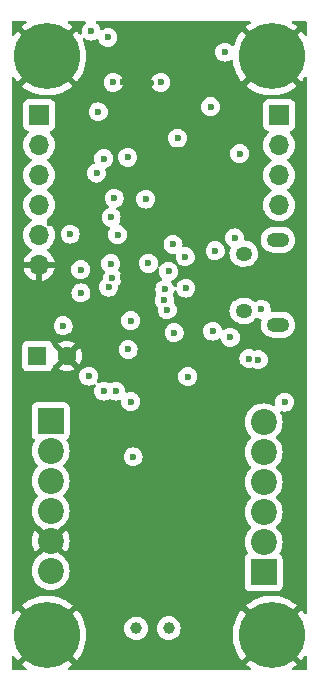
<source format=gbr>
%TF.GenerationSoftware,KiCad,Pcbnew,7.0.5*%
%TF.CreationDate,2023-12-24T21:30:35-08:00*%
%TF.ProjectId,Lyrav3,4c797261-7633-42e6-9b69-6361645f7063,rev?*%
%TF.SameCoordinates,Original*%
%TF.FileFunction,Copper,L2,Inr*%
%TF.FilePolarity,Positive*%
%FSLAX46Y46*%
G04 Gerber Fmt 4.6, Leading zero omitted, Abs format (unit mm)*
G04 Created by KiCad (PCBNEW 7.0.5) date 2023-12-24 21:30:35*
%MOMM*%
%LPD*%
G01*
G04 APERTURE LIST*
%TA.AperFunction,ComponentPad*%
%ADD10C,5.600000*%
%TD*%
%TA.AperFunction,ComponentPad*%
%ADD11O,1.700000X1.700000*%
%TD*%
%TA.AperFunction,ComponentPad*%
%ADD12R,1.700000X1.700000*%
%TD*%
%TA.AperFunction,ComponentPad*%
%ADD13C,1.600000*%
%TD*%
%TA.AperFunction,ComponentPad*%
%ADD14R,1.600000X1.600000*%
%TD*%
%TA.AperFunction,ComponentPad*%
%ADD15C,2.200000*%
%TD*%
%TA.AperFunction,ComponentPad*%
%ADD16R,2.200000X2.200000*%
%TD*%
%TA.AperFunction,ComponentPad*%
%ADD17O,1.400000X1.200000*%
%TD*%
%TA.AperFunction,ComponentPad*%
%ADD18O,1.900000X1.200000*%
%TD*%
%TA.AperFunction,ViaPad*%
%ADD19C,0.600000*%
%TD*%
%TA.AperFunction,ViaPad*%
%ADD20C,1.000000*%
%TD*%
%TA.AperFunction,ViaPad*%
%ADD21C,0.700000*%
%TD*%
G04 APERTURE END LIST*
D10*
%TO.N,GND*%
%TO.C,H3*%
X3000000Y3000000D03*
%TD*%
D11*
%TO.N,/BRKOUT4*%
%TO.C,J8*%
X22648000Y39396000D03*
%TO.N,/BRKOUT3*%
X22648000Y41936000D03*
%TO.N,/BRKOUT2*%
X22648000Y44476000D03*
D12*
%TO.N,/BRKOUT1*%
X22648000Y47016000D03*
%TD*%
D10*
%TO.N,GND*%
%TO.C,H1*%
X3000000Y52000000D03*
%TD*%
%TO.N,GND*%
%TO.C,H2*%
X22000000Y52000000D03*
%TD*%
%TO.N,GND*%
%TO.C,H4*%
X22000000Y3000000D03*
%TD*%
D13*
%TO.N,GND*%
%TO.C,C9*%
X4664800Y26619800D03*
D14*
%TO.N,+12P*%
X2164800Y26619800D03*
%TD*%
D15*
%TO.N,+BATT*%
%TO.C,J2*%
X3293200Y8433400D03*
%TO.N,GND*%
X3293200Y10973400D03*
%TO.N,+BATT*%
X3293200Y13513400D03*
%TO.N,+12V*%
X3293200Y16053400D03*
%TO.N,+12P*%
X3293200Y18593400D03*
D16*
%TO.N,/P4-*%
X3293200Y21133400D03*
%TD*%
D15*
%TO.N,/P3-*%
%TO.C,J9*%
X21327200Y21006400D03*
%TO.N,+12P*%
X21327200Y18466400D03*
%TO.N,/P2-*%
X21327200Y15926400D03*
%TO.N,+12P*%
X21327200Y13386400D03*
%TO.N,/P1-*%
X21327200Y10846400D03*
D16*
%TO.N,+12P*%
X21327200Y8306400D03*
%TD*%
D11*
%TO.N,GND*%
%TO.C,J6*%
X2328000Y34326000D03*
%TO.N,+3V3*%
X2328000Y36866000D03*
%TO.N,+12P*%
X2328000Y39406000D03*
%TO.N,/BRKOUT5*%
X2328000Y41946000D03*
%TO.N,/BRKOUT6*%
X2328000Y44486000D03*
D12*
%TO.N,/BRKOUT7*%
X2328000Y47026000D03*
%TD*%
D17*
%TO.N,unconnected-(J7-Shield-Pad6)*%
%TO.C,J7*%
X19639100Y30448200D03*
%TO.N,N/C*%
X19639100Y35288200D03*
D18*
X22539100Y36468200D03*
X22539100Y29268200D03*
%TD*%
D19*
%TO.N,+3V3*%
X9861883Y27172407D03*
%TO.N,/I2C1 SCL*%
X7789000Y43333000D03*
X11345000Y39904000D03*
%TO.N,GND*%
X9704502Y25934000D03*
%TO.N,/P4 EN *%
X10075000Y22759000D03*
X10075000Y29617000D03*
%TO.N,GND*%
X13916317Y26072003D03*
%TO.N,Net-(D4-RK)*%
X6519000Y24918000D03*
%TO.N,Net-(D4-GK)*%
X7789000Y23648000D03*
%TO.N,Net-(D4-BK)*%
X8805000Y23648000D03*
%TO.N,+3V3*%
X13758000Y28601000D03*
D20*
X10532200Y3556600D03*
X13300800Y3582000D03*
%TO.N,GND*%
X17822000Y5741000D03*
D19*
X3750400Y30252000D03*
X10633800Y41834400D03*
%TO.N,/QSPI_SS*%
X18025200Y52350000D03*
X18863400Y36627400D03*
X17237800Y35535200D03*
X14901614Y24876915D03*
%TO.N,+3V3*%
X8957399Y36906801D03*
%TO.N,/BUZZER*%
X8424000Y38354600D03*
%TO.N,+3V3*%
X7179400Y42113702D03*
%TO.N,GND*%
X15485200Y41072400D03*
X12716600Y53620000D03*
%TO.N,+3V3*%
X12608400Y49784600D03*
%TO.N,GND*%
X11808400Y49759200D03*
%TO.N,+3V3*%
X8604400Y49784600D03*
%TO.N,GND*%
X9408400Y49835400D03*
%TO.N,+3V3*%
X6722200Y54128000D03*
%TO.N,/RUN*%
X8144600Y53594600D03*
X8373208Y34443000D03*
%TO.N,/BATT SENSE *%
X4944200Y36932200D03*
%TO.N,GND*%
X3217002Y37897398D03*
X9440000Y38176800D03*
X14850200Y36627400D03*
X16320800Y31852200D03*
X16219200Y34544600D03*
%TO.N,+3V3*%
X17009200Y28728000D03*
%TO.N,Net-(D2-A)*%
X18507800Y28194600D03*
%TO.N,GND*%
X18507800Y25494800D03*
%TO.N,+1V1*%
X12970600Y32258600D03*
D20*
%TO.N,GND*%
X7179400Y13284800D03*
D19*
X19422200Y7036400D03*
X19473000Y12014800D03*
D20*
X15173441Y22085312D03*
D19*
X19650800Y17653600D03*
X18812600Y31522000D03*
%TO.N,VBUS*%
X21124000Y30582200D03*
X10276100Y18085400D03*
%TO.N,GND*%
X5350600Y17755200D03*
D20*
X16395088Y11739491D03*
X15893600Y17298000D03*
X10076100Y20207751D03*
D19*
%TO.N,/I2C1 SCL*%
X7331800Y47295400D03*
X16831400Y47727200D03*
%TO.N,GND*%
X14164400Y44095000D03*
%TO.N,+3V3*%
X14037400Y45060200D03*
%TO.N,GND*%
X19320600Y45822200D03*
%TO.N,+3V3*%
X19295200Y43764800D03*
X8675024Y39969734D03*
%TO.N,GND*%
X7331800Y40107200D03*
X9694000Y40564400D03*
%TO.N,+3V3*%
X9821000Y43450400D03*
%TO.N,/BATT SENSE *%
X11573600Y34468400D03*
%TO.N,+3V3*%
X13656400Y36068600D03*
%TO.N,+1V1*%
X13275400Y33782600D03*
%TO.N,+3V3*%
X14697800Y35027200D03*
X14748600Y32360200D03*
%TO.N,GND*%
X9389200Y33274600D03*
X11980000Y33274600D03*
X11980000Y30683800D03*
X9389200Y30683800D03*
%TO.N,+3V3*%
X4360000Y29185200D03*
%TO.N,/SWCLK*%
X8200443Y32456680D03*
%TO.N,/SWD*%
X8500200Y33198400D03*
%TO.N,+1V1*%
X5833200Y33935000D03*
%TO.N,+3V3*%
X5861710Y31963400D03*
%TO.N,GND*%
X4950347Y32960200D03*
X23156000Y20625400D03*
%TO.N,+3V3*%
X23098400Y22708200D03*
%TO.N,/QSPI_SCLK*%
X20084608Y26405581D03*
%TO.N,/QSPI_SD3*%
X20879600Y26316178D03*
%TO.N,/QSPI_SCLK*%
X13176600Y30531400D03*
%TO.N,/QSPI_SD3*%
X12927931Y31326150D03*
D21*
%TO.N,GND*%
X16650427Y27024533D03*
%TD*%
%TA.AperFunction,Conductor*%
%TO.N,GND*%
G36*
X1865130Y1865130D02*
G01*
X2055818Y1702268D01*
X847255Y493705D01*
X847256Y493704D01*
X860485Y481172D01*
X860486Y481171D01*
X1145367Y264612D01*
X1145370Y264610D01*
X1201644Y230751D01*
X1248939Y179322D01*
X1260922Y110487D01*
X1233787Y46101D01*
X1176151Y6607D01*
X1137716Y500D01*
X124500Y500D01*
X57461Y20185D01*
X11706Y72989D01*
X500Y124500D01*
X500Y1139693D01*
X20185Y1206732D01*
X72989Y1252487D01*
X142147Y1262431D01*
X205703Y1233406D01*
X227134Y1209280D01*
X369038Y999987D01*
X496441Y849997D01*
X496442Y849996D01*
X1702266Y2055820D01*
X1865130Y1865130D01*
G37*
%TD.AperFunction*%
%TA.AperFunction,Conductor*%
G36*
X20204755Y54979815D02*
G01*
X20250510Y54927011D01*
X20260454Y54857853D01*
X20231429Y54794297D01*
X20201644Y54769249D01*
X20145370Y54735391D01*
X20145367Y54735389D01*
X19860491Y54518834D01*
X19847256Y54506297D01*
X19847255Y54506297D01*
X21055819Y53297734D01*
X20865130Y53134870D01*
X20702266Y52944182D01*
X19496442Y54150006D01*
X19496441Y54150005D01*
X19369040Y54000017D01*
X19369033Y54000007D01*
X19168218Y53703828D01*
X19000606Y53387678D01*
X19000597Y53387660D01*
X18868149Y53055240D01*
X18868148Y53055238D01*
X18834587Y52934359D01*
X18797685Y52875030D01*
X18734565Y52845069D01*
X18665267Y52853990D01*
X18627426Y52879852D01*
X18527462Y52979816D01*
X18374723Y53075789D01*
X18204454Y53135369D01*
X18204449Y53135370D01*
X18025204Y53155565D01*
X18025196Y53155565D01*
X17845950Y53135370D01*
X17845945Y53135369D01*
X17675676Y53075789D01*
X17522937Y52979816D01*
X17395384Y52852263D01*
X17299411Y52699524D01*
X17239831Y52529255D01*
X17239830Y52529250D01*
X17219635Y52350004D01*
X17219635Y52349997D01*
X17239830Y52170751D01*
X17239831Y52170746D01*
X17299411Y52000477D01*
X17395383Y51847739D01*
X17395384Y51847738D01*
X17522938Y51720184D01*
X17525163Y51718786D01*
X17640289Y51646447D01*
X17675678Y51624211D01*
X17845945Y51564632D01*
X17845950Y51564631D01*
X18025196Y51544435D01*
X18025200Y51544435D01*
X18025204Y51544435D01*
X18204449Y51564631D01*
X18204452Y51564632D01*
X18204455Y51564632D01*
X18374722Y51624211D01*
X18527411Y51720153D01*
X18594647Y51739153D01*
X18661482Y51718786D01*
X18706697Y51665518D01*
X18715750Y51635220D01*
X18772419Y51289551D01*
X18772421Y51289543D01*
X18868147Y50944768D01*
X18868149Y50944761D01*
X19000597Y50612341D01*
X19000606Y50612323D01*
X19168218Y50296173D01*
X19369033Y49999993D01*
X19496441Y49849997D01*
X19496442Y49849996D01*
X20702266Y51055820D01*
X20865130Y50865130D01*
X21055818Y50702268D01*
X19847255Y49493705D01*
X19847256Y49493704D01*
X19860485Y49481172D01*
X19860486Y49481171D01*
X20145367Y49264612D01*
X20145370Y49264610D01*
X20451990Y49080124D01*
X20776739Y48929878D01*
X20776744Y48929877D01*
X21115855Y48815617D01*
X21465339Y48738689D01*
X21821075Y48700001D01*
X21821085Y48700000D01*
X22178915Y48700000D01*
X22178924Y48700001D01*
X22534660Y48738689D01*
X22884144Y48815617D01*
X23223255Y48929877D01*
X23223260Y48929878D01*
X23548009Y49080124D01*
X23854629Y49264610D01*
X23854632Y49264612D01*
X24139504Y49481164D01*
X24152742Y49493706D01*
X22944180Y50702267D01*
X23134870Y50865130D01*
X23297733Y51055820D01*
X24503556Y49849997D01*
X24630964Y49999992D01*
X24630966Y49999994D01*
X24772866Y50209280D01*
X24826781Y50253721D01*
X24896163Y50261959D01*
X24958985Y50231379D01*
X24995301Y50171688D01*
X24999500Y50139693D01*
X24999500Y4860308D01*
X24979815Y4793269D01*
X24927011Y4747514D01*
X24857853Y4737570D01*
X24794297Y4766595D01*
X24772867Y4790721D01*
X24630966Y5000008D01*
X24503557Y5150005D01*
X24503556Y5150006D01*
X23297732Y3944182D01*
X23134870Y4134870D01*
X22944179Y4297735D01*
X24152743Y5506297D01*
X24152742Y5506298D01*
X24139514Y5518829D01*
X24139513Y5518830D01*
X23854632Y5735389D01*
X23854629Y5735391D01*
X23548009Y5919877D01*
X23223260Y6070123D01*
X23223255Y6070124D01*
X22884144Y6184384D01*
X22534660Y6261312D01*
X22178924Y6300000D01*
X21821075Y6300000D01*
X21465339Y6261312D01*
X21115855Y6184384D01*
X20776744Y6070124D01*
X20776739Y6070123D01*
X20451990Y5919877D01*
X20145370Y5735391D01*
X20145367Y5735389D01*
X19860491Y5518834D01*
X19847256Y5506297D01*
X19847255Y5506297D01*
X21055819Y4297734D01*
X20865130Y4134870D01*
X20702266Y3944182D01*
X19496442Y5150006D01*
X19496441Y5150005D01*
X19369040Y5000017D01*
X19369033Y5000007D01*
X19168218Y4703828D01*
X19000606Y4387678D01*
X19000597Y4387660D01*
X18868149Y4055240D01*
X18868147Y4055233D01*
X18772421Y3710458D01*
X18772415Y3710432D01*
X18714527Y3357332D01*
X18714526Y3357315D01*
X18695153Y3000003D01*
X18695153Y2999998D01*
X18714526Y2642686D01*
X18714527Y2642669D01*
X18772415Y2289569D01*
X18772421Y2289543D01*
X18868147Y1944768D01*
X18868149Y1944761D01*
X19000597Y1612341D01*
X19000606Y1612323D01*
X19168218Y1296173D01*
X19369033Y999993D01*
X19496441Y849997D01*
X19496442Y849996D01*
X20702266Y2055820D01*
X20865130Y1865130D01*
X21055818Y1702268D01*
X19847255Y493705D01*
X19847256Y493704D01*
X19860485Y481172D01*
X19860486Y481171D01*
X20145367Y264612D01*
X20145370Y264610D01*
X20201644Y230751D01*
X20248939Y179322D01*
X20260922Y110487D01*
X20233787Y46101D01*
X20176151Y6607D01*
X20137716Y500D01*
X4862284Y500D01*
X4795245Y20185D01*
X4749490Y72989D01*
X4739546Y142147D01*
X4768571Y205703D01*
X4798356Y230751D01*
X4854629Y264610D01*
X4854632Y264612D01*
X5139504Y481164D01*
X5152742Y493706D01*
X3944180Y1702267D01*
X4134870Y1865130D01*
X4297733Y2055820D01*
X5503556Y849997D01*
X5630964Y999992D01*
X5630975Y1000006D01*
X5831781Y1296173D01*
X5999393Y1612323D01*
X5999402Y1612341D01*
X6131850Y1944761D01*
X6131852Y1944768D01*
X6227578Y2289543D01*
X6227584Y2289569D01*
X6285472Y2642669D01*
X6285473Y2642686D01*
X6304846Y2999998D01*
X6304846Y3000003D01*
X6285473Y3357315D01*
X6285472Y3357332D01*
X6252804Y3556600D01*
X9526859Y3556600D01*
X9546175Y3360471D01*
X9603388Y3171867D01*
X9696286Y2998068D01*
X9696290Y2998061D01*
X9821316Y2845717D01*
X9973660Y2720691D01*
X9973667Y2720687D01*
X10147466Y2627789D01*
X10147469Y2627789D01*
X10147473Y2627786D01*
X10336068Y2570576D01*
X10532200Y2551259D01*
X10728332Y2570576D01*
X10916927Y2627786D01*
X11090738Y2720690D01*
X11243083Y2845717D01*
X11368110Y2998062D01*
X11461014Y3171873D01*
X11518224Y3360468D01*
X11537541Y3556600D01*
X11535039Y3582000D01*
X12295459Y3582000D01*
X12314775Y3385871D01*
X12371988Y3197267D01*
X12464886Y3023468D01*
X12464890Y3023461D01*
X12589916Y2871117D01*
X12742260Y2746091D01*
X12742267Y2746087D01*
X12916066Y2653189D01*
X12916069Y2653189D01*
X12916073Y2653186D01*
X13104668Y2595976D01*
X13300800Y2576659D01*
X13496932Y2595976D01*
X13685527Y2653186D01*
X13859338Y2746090D01*
X14011683Y2871117D01*
X14136710Y3023462D01*
X14216034Y3171867D01*
X14229611Y3197267D01*
X14229611Y3197268D01*
X14229614Y3197273D01*
X14286824Y3385868D01*
X14306141Y3582000D01*
X14286824Y3778132D01*
X14229614Y3966727D01*
X14229611Y3966731D01*
X14229611Y3966734D01*
X14136713Y4140533D01*
X14136709Y4140540D01*
X14011683Y4292884D01*
X13859339Y4417910D01*
X13859332Y4417914D01*
X13685533Y4510812D01*
X13685527Y4510814D01*
X13496932Y4568024D01*
X13496929Y4568025D01*
X13300800Y4587341D01*
X13104670Y4568025D01*
X12916066Y4510812D01*
X12742267Y4417914D01*
X12742260Y4417910D01*
X12589916Y4292884D01*
X12464890Y4140540D01*
X12464886Y4140533D01*
X12371988Y3966734D01*
X12314775Y3778130D01*
X12295459Y3582000D01*
X11535039Y3582000D01*
X11518224Y3752732D01*
X11461014Y3941327D01*
X11461011Y3941331D01*
X11461011Y3941334D01*
X11368113Y4115133D01*
X11368109Y4115140D01*
X11243083Y4267484D01*
X11090739Y4392510D01*
X11090732Y4392514D01*
X10916933Y4485412D01*
X10916927Y4485414D01*
X10728332Y4542624D01*
X10728329Y4542625D01*
X10532200Y4561941D01*
X10336070Y4542625D01*
X10147466Y4485412D01*
X9973667Y4392514D01*
X9973660Y4392510D01*
X9821316Y4267484D01*
X9696290Y4115140D01*
X9696286Y4115133D01*
X9603388Y3941334D01*
X9546175Y3752730D01*
X9526859Y3556600D01*
X6252804Y3556600D01*
X6227584Y3710432D01*
X6227578Y3710458D01*
X6131852Y4055233D01*
X6131850Y4055240D01*
X5999402Y4387660D01*
X5999393Y4387678D01*
X5831781Y4703828D01*
X5630966Y5000008D01*
X5503557Y5150005D01*
X5503556Y5150006D01*
X4297732Y3944182D01*
X4134870Y4134870D01*
X3944179Y4297735D01*
X5152743Y5506297D01*
X5152742Y5506298D01*
X5139514Y5518829D01*
X5139513Y5518830D01*
X4854632Y5735389D01*
X4854629Y5735391D01*
X4548009Y5919877D01*
X4223260Y6070123D01*
X4223255Y6070124D01*
X3884144Y6184384D01*
X3534660Y6261312D01*
X3178924Y6300000D01*
X2821075Y6300000D01*
X2465339Y6261312D01*
X2115855Y6184384D01*
X1776744Y6070124D01*
X1776739Y6070123D01*
X1451990Y5919877D01*
X1145370Y5735391D01*
X1145367Y5735389D01*
X860491Y5518834D01*
X847256Y5506297D01*
X847255Y5506297D01*
X2055819Y4297734D01*
X1865130Y4134870D01*
X1702266Y3944182D01*
X496442Y5150006D01*
X496441Y5150005D01*
X369040Y5000017D01*
X369039Y5000015D01*
X227133Y4790720D01*
X173219Y4746280D01*
X103836Y4738042D01*
X41015Y4768623D01*
X4699Y4828313D01*
X500Y4860308D01*
X500Y8433400D01*
X1687751Y8433400D01*
X1707517Y8182249D01*
X1766326Y7937290D01*
X1862733Y7704541D01*
X1994360Y7489747D01*
X1994361Y7489744D01*
X1994364Y7489741D01*
X2157976Y7298176D01*
X2306266Y7171525D01*
X2349543Y7134562D01*
X2349546Y7134561D01*
X2564340Y7002934D01*
X2658179Y6964065D01*
X2797089Y6906527D01*
X3042052Y6847717D01*
X3293200Y6827951D01*
X3544348Y6847717D01*
X3789311Y6906527D01*
X4022059Y7002934D01*
X4236859Y7134564D01*
X4428424Y7298176D01*
X4592036Y7489741D01*
X4723666Y7704541D01*
X4820073Y7937289D01*
X4878883Y8182252D01*
X4898649Y8433400D01*
X4878883Y8684548D01*
X4820073Y8929511D01*
X4723666Y9162259D01*
X4723666Y9162260D01*
X4592039Y9377054D01*
X4592038Y9377057D01*
X4526096Y9454265D01*
X4428424Y9568624D01*
X4301771Y9676796D01*
X4236856Y9732239D01*
X4236853Y9732240D01*
X4104615Y9813276D01*
X4081724Y9831322D01*
X3464768Y10448279D01*
X3581658Y10499051D01*
X3698939Y10594466D01*
X3786128Y10717985D01*
X3816554Y10803599D01*
X4590932Y10029221D01*
X4591624Y10030029D01*
X4591632Y10030040D01*
X4723219Y10244769D01*
X4819596Y10477444D01*
X4878387Y10722328D01*
X4888152Y10846401D01*
X19721751Y10846401D01*
X19741517Y10595249D01*
X19800326Y10350290D01*
X19896733Y10117541D01*
X19977720Y9985384D01*
X19995965Y9917938D01*
X19974849Y9851336D01*
X19946305Y9821328D01*
X19869652Y9763945D01*
X19783406Y9648736D01*
X19783402Y9648729D01*
X19733108Y9513883D01*
X19726701Y9454284D01*
X19726701Y9454277D01*
X19726700Y9454265D01*
X19726700Y7158530D01*
X19726701Y7158524D01*
X19733108Y7098917D01*
X19783402Y6964072D01*
X19783406Y6964065D01*
X19869652Y6848856D01*
X19869655Y6848853D01*
X19984864Y6762607D01*
X19984871Y6762603D01*
X20119717Y6712309D01*
X20119716Y6712309D01*
X20126644Y6711565D01*
X20179327Y6705900D01*
X22475072Y6705901D01*
X22534683Y6712309D01*
X22669531Y6762604D01*
X22784746Y6848854D01*
X22870996Y6964069D01*
X22921291Y7098917D01*
X22927700Y7158527D01*
X22927699Y9454272D01*
X22921291Y9513883D01*
X22870996Y9648731D01*
X22870995Y9648732D01*
X22870993Y9648736D01*
X22784747Y9763945D01*
X22708094Y9821328D01*
X22666224Y9877262D01*
X22661240Y9946954D01*
X22676676Y9985379D01*
X22757666Y10117541D01*
X22854073Y10350289D01*
X22912883Y10595252D01*
X22932649Y10846400D01*
X22912883Y11097548D01*
X22854073Y11342511D01*
X22757666Y11575259D01*
X22757666Y11575260D01*
X22626039Y11790054D01*
X22626038Y11790057D01*
X22462424Y11981624D01*
X22456683Y11986527D01*
X22415019Y12022111D01*
X22376827Y12080616D01*
X22376328Y12150484D01*
X22413682Y12209530D01*
X22414956Y12210636D01*
X22462424Y12251176D01*
X22626036Y12442741D01*
X22757666Y12657541D01*
X22854073Y12890289D01*
X22912883Y13135252D01*
X22932649Y13386400D01*
X22912883Y13637548D01*
X22854073Y13882511D01*
X22757666Y14115259D01*
X22757666Y14115260D01*
X22626039Y14330054D01*
X22626038Y14330057D01*
X22462424Y14521624D01*
X22415019Y14562112D01*
X22376827Y14620616D01*
X22376328Y14690484D01*
X22413682Y14749530D01*
X22415020Y14750690D01*
X22462424Y14791176D01*
X22626036Y14982741D01*
X22757666Y15197541D01*
X22854073Y15430289D01*
X22912883Y15675252D01*
X22932649Y15926400D01*
X22912883Y16177548D01*
X22854073Y16422511D01*
X22757666Y16655259D01*
X22757666Y16655260D01*
X22626039Y16870054D01*
X22626038Y16870057D01*
X22462424Y17061624D01*
X22462423Y17061625D01*
X22415019Y17102111D01*
X22376827Y17160616D01*
X22376328Y17230484D01*
X22413682Y17289530D01*
X22414956Y17290636D01*
X22462424Y17331176D01*
X22626036Y17522741D01*
X22757666Y17737541D01*
X22854073Y17970289D01*
X22912883Y18215252D01*
X22932649Y18466400D01*
X22912883Y18717548D01*
X22854073Y18962511D01*
X22757666Y19195259D01*
X22757666Y19195260D01*
X22626039Y19410054D01*
X22626038Y19410057D01*
X22462424Y19601624D01*
X22442695Y19618474D01*
X22415019Y19642111D01*
X22376827Y19700616D01*
X22376328Y19770484D01*
X22413682Y19829530D01*
X22414956Y19830636D01*
X22462424Y19871176D01*
X22626036Y20062741D01*
X22757666Y20277541D01*
X22854073Y20510289D01*
X22912883Y20755252D01*
X22932649Y21006400D01*
X22912883Y21257548D01*
X22854073Y21502511D01*
X22757666Y21735259D01*
X22757666Y21735260D01*
X22749149Y21749158D01*
X22730904Y21816603D01*
X22752020Y21883206D01*
X22805792Y21927820D01*
X22875147Y21936280D01*
X22895831Y21930989D01*
X22919137Y21922834D01*
X22919143Y21922833D01*
X22919145Y21922832D01*
X22919146Y21922832D01*
X22919150Y21922831D01*
X23098396Y21902635D01*
X23098400Y21902635D01*
X23098404Y21902635D01*
X23277649Y21922831D01*
X23277652Y21922832D01*
X23277655Y21922832D01*
X23447922Y21982411D01*
X23600662Y22078384D01*
X23728216Y22205938D01*
X23824189Y22358678D01*
X23883768Y22528945D01*
X23889492Y22579746D01*
X23903965Y22708197D01*
X23903965Y22708204D01*
X23883769Y22887450D01*
X23883768Y22887455D01*
X23865992Y22938255D01*
X23824189Y23057722D01*
X23728216Y23210462D01*
X23600662Y23338016D01*
X23545124Y23372913D01*
X23447923Y23433989D01*
X23277654Y23493569D01*
X23277649Y23493570D01*
X23098404Y23513765D01*
X23098396Y23513765D01*
X22919150Y23493570D01*
X22919145Y23493569D01*
X22748876Y23433989D01*
X22596137Y23338016D01*
X22468584Y23210463D01*
X22372611Y23057724D01*
X22313031Y22887455D01*
X22313030Y22887450D01*
X22292835Y22708204D01*
X22292835Y22708197D01*
X22313031Y22528947D01*
X22313682Y22526094D01*
X22313565Y22524201D01*
X22313811Y22522025D01*
X22313429Y22521983D01*
X22309404Y22456355D01*
X22268102Y22400000D01*
X22202888Y22374921D01*
X22134468Y22389080D01*
X22128000Y22392781D01*
X22056057Y22436867D01*
X21823310Y22533274D01*
X21578351Y22592083D01*
X21327200Y22611849D01*
X21076048Y22592083D01*
X20831089Y22533274D01*
X20598340Y22436867D01*
X20383546Y22305240D01*
X20383543Y22305239D01*
X20191976Y22141624D01*
X20028361Y21950057D01*
X20028360Y21950054D01*
X19896733Y21735260D01*
X19800326Y21502511D01*
X19741517Y21257552D01*
X19721751Y21006401D01*
X19741517Y20755249D01*
X19800326Y20510290D01*
X19896733Y20277541D01*
X20028360Y20062747D01*
X20028361Y20062744D01*
X20145222Y19925918D01*
X20191976Y19871176D01*
X20239379Y19830690D01*
X20277571Y19772185D01*
X20278071Y19702317D01*
X20240717Y19643271D01*
X20239380Y19642112D01*
X20191977Y19601625D01*
X20028361Y19410057D01*
X20028360Y19410054D01*
X19896733Y19195260D01*
X19800326Y18962511D01*
X19741517Y18717552D01*
X19721751Y18466400D01*
X19741517Y18215249D01*
X19800326Y17970290D01*
X19896733Y17737541D01*
X20028360Y17522747D01*
X20028361Y17522744D01*
X20118085Y17417691D01*
X20191976Y17331176D01*
X20239379Y17290690D01*
X20277571Y17232185D01*
X20278071Y17162317D01*
X20240717Y17103271D01*
X20239380Y17102112D01*
X20191977Y17061625D01*
X20028361Y16870057D01*
X20028360Y16870054D01*
X19896733Y16655260D01*
X19800326Y16422511D01*
X19741517Y16177552D01*
X19721751Y15926400D01*
X19741517Y15675249D01*
X19800326Y15430290D01*
X19896733Y15197541D01*
X20028360Y14982747D01*
X20028361Y14982744D01*
X20028364Y14982741D01*
X20191976Y14791176D01*
X20201081Y14783400D01*
X20239379Y14750690D01*
X20277572Y14692183D01*
X20278070Y14622315D01*
X20240716Y14563269D01*
X20239379Y14562110D01*
X20191976Y14521624D01*
X20028361Y14330057D01*
X20028360Y14330054D01*
X19896733Y14115260D01*
X19800326Y13882511D01*
X19741517Y13637552D01*
X19721751Y13386401D01*
X19741517Y13135249D01*
X19800326Y12890290D01*
X19896733Y12657541D01*
X20028360Y12442747D01*
X20028361Y12442744D01*
X20028364Y12442741D01*
X20191976Y12251176D01*
X20234843Y12214564D01*
X20239379Y12210690D01*
X20277572Y12152183D01*
X20278070Y12082315D01*
X20240716Y12023269D01*
X20239379Y12022110D01*
X20191976Y11981624D01*
X20028361Y11790057D01*
X20028360Y11790054D01*
X19896733Y11575260D01*
X19800326Y11342511D01*
X19741517Y11097552D01*
X19721751Y10846401D01*
X4888152Y10846401D01*
X4898147Y10973401D01*
X4878387Y11224473D01*
X4819596Y11469357D01*
X4723219Y11702032D01*
X4591632Y11916762D01*
X4591630Y11916764D01*
X4590932Y11917581D01*
X3819129Y11145779D01*
X3816316Y11159315D01*
X3746758Y11293556D01*
X3643562Y11404052D01*
X3514381Y11482609D01*
X3463196Y11496951D01*
X4081722Y12115478D01*
X4104607Y12133521D01*
X4236859Y12214564D01*
X4428424Y12378176D01*
X4592036Y12569741D01*
X4723666Y12784541D01*
X4820073Y13017289D01*
X4878883Y13262252D01*
X4898649Y13513400D01*
X4878883Y13764548D01*
X4820073Y14009511D01*
X4723666Y14242259D01*
X4723666Y14242260D01*
X4592039Y14457054D01*
X4592038Y14457057D01*
X4428424Y14648624D01*
X4419318Y14656401D01*
X4381019Y14689111D01*
X4342827Y14747616D01*
X4342328Y14817484D01*
X4379682Y14876530D01*
X4380956Y14877636D01*
X4428424Y14918176D01*
X4592036Y15109741D01*
X4723666Y15324541D01*
X4820073Y15557289D01*
X4878883Y15802252D01*
X4898649Y16053400D01*
X4878883Y16304548D01*
X4820073Y16549511D01*
X4723666Y16782259D01*
X4723666Y16782260D01*
X4592039Y16997054D01*
X4592038Y16997057D01*
X4428424Y17188624D01*
X4419319Y17196400D01*
X4381019Y17229111D01*
X4342827Y17287616D01*
X4342328Y17357484D01*
X4379682Y17416530D01*
X4380956Y17417636D01*
X4428424Y17458176D01*
X4592036Y17649741D01*
X4723666Y17864541D01*
X4815147Y18085397D01*
X9470535Y18085397D01*
X9490730Y17906151D01*
X9490731Y17906146D01*
X9550311Y17735877D01*
X9646284Y17583138D01*
X9773838Y17455584D01*
X9926578Y17359611D01*
X9932657Y17357484D01*
X10096845Y17300032D01*
X10096850Y17300031D01*
X10276096Y17279835D01*
X10276100Y17279835D01*
X10276104Y17279835D01*
X10455349Y17300031D01*
X10455352Y17300032D01*
X10455355Y17300032D01*
X10625622Y17359611D01*
X10778362Y17455584D01*
X10905916Y17583138D01*
X11001889Y17735878D01*
X11061468Y17906145D01*
X11061469Y17906151D01*
X11081665Y18085397D01*
X11081665Y18085404D01*
X11061469Y18264650D01*
X11061468Y18264655D01*
X11034317Y18342249D01*
X11001889Y18434922D01*
X10982109Y18466401D01*
X10905915Y18587663D01*
X10778362Y18715216D01*
X10625623Y18811189D01*
X10455354Y18870769D01*
X10455349Y18870770D01*
X10276104Y18890965D01*
X10276096Y18890965D01*
X10096850Y18870770D01*
X10096845Y18870769D01*
X9926576Y18811189D01*
X9773837Y18715216D01*
X9646284Y18587663D01*
X9550311Y18434924D01*
X9490731Y18264655D01*
X9490730Y18264650D01*
X9470535Y18085404D01*
X9470535Y18085397D01*
X4815147Y18085397D01*
X4820073Y18097289D01*
X4878883Y18342252D01*
X4898649Y18593400D01*
X4878883Y18844548D01*
X4820073Y19089511D01*
X4723666Y19322259D01*
X4723666Y19322260D01*
X4642679Y19454417D01*
X4624434Y19521862D01*
X4645550Y19588465D01*
X4674091Y19618471D01*
X4750746Y19675854D01*
X4836996Y19791069D01*
X4887291Y19925917D01*
X4893700Y19985527D01*
X4893699Y22281272D01*
X4887291Y22340883D01*
X4880654Y22358677D01*
X4836997Y22475729D01*
X4836993Y22475736D01*
X4750747Y22590945D01*
X4750744Y22590948D01*
X4635535Y22677194D01*
X4635528Y22677198D01*
X4500682Y22727492D01*
X4500683Y22727492D01*
X4441083Y22733899D01*
X4441081Y22733900D01*
X4441073Y22733900D01*
X4441064Y22733900D01*
X2145329Y22733900D01*
X2145323Y22733899D01*
X2085716Y22727492D01*
X1950871Y22677198D01*
X1950864Y22677194D01*
X1835655Y22590948D01*
X1835652Y22590945D01*
X1749406Y22475736D01*
X1749402Y22475729D01*
X1699108Y22340883D01*
X1695276Y22305236D01*
X1692701Y22281277D01*
X1692700Y22281265D01*
X1692700Y19985530D01*
X1692701Y19985524D01*
X1699108Y19925917D01*
X1749402Y19791072D01*
X1749406Y19791065D01*
X1835652Y19675856D01*
X1835655Y19675853D01*
X1912304Y19618473D01*
X1954175Y19562539D01*
X1959159Y19492848D01*
X1943720Y19454417D01*
X1862733Y19322260D01*
X1766326Y19089511D01*
X1707517Y18844552D01*
X1687751Y18593401D01*
X1707517Y18342249D01*
X1766326Y18097290D01*
X1862733Y17864541D01*
X1994360Y17649747D01*
X1994361Y17649744D01*
X1994364Y17649741D01*
X2157976Y17458176D01*
X2205378Y17417691D01*
X2205379Y17417690D01*
X2243572Y17359183D01*
X2244070Y17289315D01*
X2206716Y17230269D01*
X2205379Y17229110D01*
X2157976Y17188624D01*
X1994361Y16997057D01*
X1994360Y16997054D01*
X1862733Y16782260D01*
X1766326Y16549511D01*
X1707517Y16304552D01*
X1687751Y16053400D01*
X1707517Y15802249D01*
X1766326Y15557290D01*
X1862733Y15324541D01*
X1994360Y15109747D01*
X1994361Y15109744D01*
X1994364Y15109741D01*
X2157976Y14918176D01*
X2202707Y14879972D01*
X2205378Y14877691D01*
X2243571Y14819184D01*
X2244069Y14749316D01*
X2206715Y14690270D01*
X2205379Y14689112D01*
X2157983Y14648632D01*
X2157976Y14648624D01*
X1994361Y14457057D01*
X1994360Y14457054D01*
X1862733Y14242260D01*
X1766326Y14009511D01*
X1707517Y13764552D01*
X1687751Y13513400D01*
X1707517Y13262249D01*
X1766326Y13017290D01*
X1862733Y12784541D01*
X1994360Y12569747D01*
X1994361Y12569744D01*
X1994364Y12569741D01*
X2157976Y12378176D01*
X2349541Y12214564D01*
X2481785Y12133525D01*
X2504674Y12115480D01*
X3121632Y11498522D01*
X3004742Y11447749D01*
X2887461Y11352334D01*
X2800272Y11228815D01*
X2769844Y11143202D01*
X1995466Y11917580D01*
X1994768Y11916763D01*
X1863180Y11702032D01*
X1766803Y11469357D01*
X1708012Y11224473D01*
X1688252Y10973401D01*
X1708012Y10722328D01*
X1766803Y10477444D01*
X1863180Y10244769D01*
X1994766Y10030042D01*
X1994777Y10030026D01*
X1995464Y10029222D01*
X1995466Y10029222D01*
X2767270Y10801026D01*
X2770084Y10787485D01*
X2839642Y10653244D01*
X2942838Y10542748D01*
X3072019Y10464191D01*
X3123202Y10449850D01*
X2504673Y9831321D01*
X2481782Y9813275D01*
X2349546Y9732240D01*
X2349543Y9732239D01*
X2157976Y9568624D01*
X1994361Y9377057D01*
X1994360Y9377054D01*
X1862733Y9162260D01*
X1766326Y8929511D01*
X1707517Y8684552D01*
X1687751Y8433400D01*
X500Y8433400D01*
X500Y24917997D01*
X5713435Y24917997D01*
X5733630Y24738751D01*
X5733631Y24738746D01*
X5793211Y24568477D01*
X5793212Y24568476D01*
X5889184Y24415738D01*
X6016738Y24288184D01*
X6169478Y24192211D01*
X6339744Y24132632D01*
X6339745Y24132632D01*
X6339750Y24132631D01*
X6518996Y24112435D01*
X6519000Y24112435D01*
X6519004Y24112435D01*
X6698249Y24132631D01*
X6698252Y24132632D01*
X6698255Y24132632D01*
X6868522Y24192211D01*
X6932352Y24232319D01*
X6999587Y24251319D01*
X7066423Y24230952D01*
X7111637Y24177685D01*
X7120876Y24108429D01*
X7103318Y24061353D01*
X7063211Y23997524D01*
X7003631Y23827255D01*
X7003630Y23827250D01*
X6983435Y23648004D01*
X6983435Y23647997D01*
X7003630Y23468751D01*
X7003631Y23468746D01*
X7063211Y23298477D01*
X7118515Y23210462D01*
X7159184Y23145738D01*
X7286738Y23018184D01*
X7439478Y22922211D01*
X7609739Y22862634D01*
X7609745Y22862632D01*
X7609750Y22862631D01*
X7788996Y22842435D01*
X7789000Y22842435D01*
X7789004Y22842435D01*
X7968249Y22862631D01*
X7968252Y22862632D01*
X7968255Y22862632D01*
X8138522Y22922211D01*
X8231027Y22980337D01*
X8298264Y22999337D01*
X8362973Y22980336D01*
X8455475Y22922212D01*
X8625745Y22862632D01*
X8625750Y22862631D01*
X8804996Y22842435D01*
X8805000Y22842435D01*
X8805004Y22842435D01*
X8984249Y22862631D01*
X8984251Y22862632D01*
X8984255Y22862632D01*
X8984258Y22862634D01*
X8984262Y22862634D01*
X9107024Y22905590D01*
X9176803Y22909152D01*
X9237430Y22874424D01*
X9269658Y22812430D01*
X9271200Y22774669D01*
X9269435Y22759000D01*
X9269435Y22758997D01*
X9289630Y22579751D01*
X9289631Y22579746D01*
X9349211Y22409477D01*
X9429761Y22281284D01*
X9445184Y22256738D01*
X9572738Y22129184D01*
X9725478Y22033211D01*
X9870653Y21982412D01*
X9895745Y21973632D01*
X9895750Y21973631D01*
X10074996Y21953435D01*
X10075000Y21953435D01*
X10075004Y21953435D01*
X10254249Y21973631D01*
X10254252Y21973632D01*
X10254255Y21973632D01*
X10424522Y22033211D01*
X10577262Y22129184D01*
X10704816Y22256738D01*
X10800789Y22409478D01*
X10860368Y22579745D01*
X10861630Y22590946D01*
X10880565Y22758997D01*
X10880565Y22759004D01*
X10860369Y22938250D01*
X10860368Y22938255D01*
X10838994Y22999337D01*
X10800789Y23108522D01*
X10704816Y23261262D01*
X10577262Y23388816D01*
X10505370Y23433989D01*
X10424523Y23484789D01*
X10254254Y23544369D01*
X10254249Y23544370D01*
X10075004Y23564565D01*
X10074996Y23564565D01*
X9895750Y23544370D01*
X9895742Y23544368D01*
X9772974Y23501410D01*
X9703195Y23497849D01*
X9642568Y23532578D01*
X9610341Y23594572D01*
X9608800Y23632338D01*
X9610565Y23648001D01*
X9610565Y23648004D01*
X9590369Y23827250D01*
X9590368Y23827255D01*
X9530788Y23997524D01*
X9445894Y24132631D01*
X9434816Y24150262D01*
X9307262Y24277816D01*
X9154523Y24373789D01*
X8984254Y24433369D01*
X8984249Y24433370D01*
X8805004Y24453565D01*
X8804996Y24453565D01*
X8625750Y24433370D01*
X8625745Y24433369D01*
X8455476Y24373789D01*
X8362972Y24315664D01*
X8295735Y24296664D01*
X8231028Y24315664D01*
X8138523Y24373789D01*
X7968254Y24433369D01*
X7968249Y24433370D01*
X7789004Y24453565D01*
X7788996Y24453565D01*
X7609750Y24433370D01*
X7609745Y24433369D01*
X7439476Y24373789D01*
X7375647Y24333682D01*
X7308410Y24314682D01*
X7241575Y24335050D01*
X7196361Y24388318D01*
X7187124Y24457574D01*
X7204681Y24504647D01*
X7244789Y24568478D01*
X7304368Y24738745D01*
X7319936Y24876912D01*
X14096049Y24876912D01*
X14116244Y24697666D01*
X14116245Y24697661D01*
X14175825Y24527392D01*
X14263212Y24388318D01*
X14271798Y24374653D01*
X14399352Y24247099D01*
X14552092Y24151126D01*
X14604945Y24132632D01*
X14722359Y24091547D01*
X14722364Y24091546D01*
X14901610Y24071350D01*
X14901614Y24071350D01*
X14901618Y24071350D01*
X15080863Y24091546D01*
X15080866Y24091547D01*
X15080869Y24091547D01*
X15251136Y24151126D01*
X15403876Y24247099D01*
X15531430Y24374653D01*
X15627403Y24527393D01*
X15686982Y24697660D01*
X15691611Y24738745D01*
X15707179Y24876912D01*
X15707179Y24876919D01*
X15686983Y25056165D01*
X15686982Y25056170D01*
X15627402Y25226439D01*
X15569053Y25319300D01*
X15531430Y25379177D01*
X15403876Y25506731D01*
X15349697Y25540774D01*
X15251137Y25602704D01*
X15080868Y25662284D01*
X15080863Y25662285D01*
X14901618Y25682480D01*
X14901610Y25682480D01*
X14722364Y25662285D01*
X14722359Y25662284D01*
X14552090Y25602704D01*
X14399351Y25506731D01*
X14271798Y25379178D01*
X14175825Y25226439D01*
X14116245Y25056170D01*
X14116244Y25056165D01*
X14096049Y24876919D01*
X14096049Y24876912D01*
X7319936Y24876912D01*
X7319936Y24876915D01*
X7324565Y24917997D01*
X7324565Y24918004D01*
X7304369Y25097250D01*
X7304368Y25097255D01*
X7259165Y25226437D01*
X7244789Y25267522D01*
X7148816Y25420262D01*
X7021262Y25547816D01*
X6953506Y25590390D01*
X6868523Y25643789D01*
X6698254Y25703369D01*
X6698249Y25703370D01*
X6519004Y25723565D01*
X6518996Y25723565D01*
X6339750Y25703370D01*
X6339745Y25703369D01*
X6169476Y25643789D01*
X6016737Y25547816D01*
X5889184Y25420263D01*
X5793211Y25267524D01*
X5733631Y25097255D01*
X5733630Y25097250D01*
X5713435Y24918004D01*
X5713435Y24917997D01*
X500Y24917997D01*
X500Y25771930D01*
X864300Y25771930D01*
X864301Y25771924D01*
X870708Y25712317D01*
X921002Y25577472D01*
X921006Y25577465D01*
X1007252Y25462256D01*
X1007255Y25462253D01*
X1122464Y25376007D01*
X1122471Y25376003D01*
X1257317Y25325709D01*
X1257316Y25325709D01*
X1264244Y25324965D01*
X1316927Y25319300D01*
X3012672Y25319301D01*
X3072283Y25325709D01*
X3207131Y25376004D01*
X3322346Y25462254D01*
X3408596Y25577469D01*
X3458891Y25712317D01*
X3465300Y25771927D01*
X3465299Y25771955D01*
X3465478Y25775253D01*
X3466983Y25775173D01*
X3484912Y25836474D01*
X3537668Y25882286D01*
X3581264Y25889819D01*
X4266846Y26575401D01*
X4279635Y26494652D01*
X4337159Y26381755D01*
X4426755Y26292159D01*
X4539652Y26234635D01*
X4620399Y26221847D01*
X3939326Y25540775D01*
X3939326Y25540774D01*
X4012312Y25489669D01*
X4012316Y25489667D01*
X4218473Y25393535D01*
X4218482Y25393531D01*
X4438189Y25334661D01*
X4438200Y25334659D01*
X4664798Y25314834D01*
X4664802Y25314834D01*
X4891399Y25334659D01*
X4891410Y25334661D01*
X5111117Y25393531D01*
X5111131Y25393536D01*
X5317278Y25489664D01*
X5390272Y25540775D01*
X4709201Y26221847D01*
X4789948Y26234635D01*
X4902845Y26292159D01*
X4992441Y26381755D01*
X5049965Y26494652D01*
X5062753Y26575400D01*
X5743825Y25894328D01*
X5794936Y25967322D01*
X5891064Y26173469D01*
X5891069Y26173483D01*
X5949939Y26393190D01*
X5949941Y26393201D01*
X5969766Y26619798D01*
X5969766Y26619803D01*
X5949941Y26846400D01*
X5949939Y26846411D01*
X5891069Y27066118D01*
X5891065Y27066127D01*
X5841508Y27172404D01*
X9056318Y27172404D01*
X9076513Y26993158D01*
X9076514Y26993153D01*
X9136094Y26822884D01*
X9178683Y26755105D01*
X9232067Y26670145D01*
X9359621Y26542591D01*
X9512361Y26446618D01*
X9682628Y26387040D01*
X9682628Y26387039D01*
X9682633Y26387038D01*
X9861879Y26366842D01*
X9861883Y26366842D01*
X9861887Y26366842D01*
X10041132Y26387038D01*
X10041135Y26387039D01*
X10041138Y26387039D01*
X10094119Y26405578D01*
X19279043Y26405578D01*
X19299238Y26226332D01*
X19299239Y26226327D01*
X19358819Y26056058D01*
X19414995Y25966655D01*
X19454792Y25903319D01*
X19582346Y25775765D01*
X19735086Y25679792D01*
X19785124Y25662283D01*
X19905353Y25620213D01*
X19905358Y25620212D01*
X20084604Y25600016D01*
X20084608Y25600016D01*
X20084612Y25600016D01*
X20263854Y25620212D01*
X20263853Y25620212D01*
X20263863Y25620213D01*
X20348003Y25649656D01*
X20417781Y25653217D01*
X20454929Y25637608D01*
X20530076Y25590390D01*
X20530078Y25590389D01*
X20567013Y25577465D01*
X20700345Y25530810D01*
X20700350Y25530809D01*
X20879596Y25510613D01*
X20879600Y25510613D01*
X20879604Y25510613D01*
X21058849Y25530809D01*
X21058852Y25530810D01*
X21058855Y25530810D01*
X21229122Y25590389D01*
X21381862Y25686362D01*
X21509416Y25813916D01*
X21605389Y25966656D01*
X21664968Y26136923D01*
X21669086Y26173469D01*
X21685165Y26316175D01*
X21685165Y26316182D01*
X21664969Y26495428D01*
X21664968Y26495433D01*
X21633686Y26584831D01*
X21605389Y26665700D01*
X21509416Y26818440D01*
X21381862Y26945994D01*
X21306801Y26993158D01*
X21229123Y27041967D01*
X21058854Y27101547D01*
X21058849Y27101548D01*
X20879604Y27121743D01*
X20879596Y27121743D01*
X20700346Y27101547D01*
X20700345Y27101547D01*
X20616202Y27072105D01*
X20546423Y27068544D01*
X20509278Y27084153D01*
X20434135Y27131368D01*
X20434126Y27131372D01*
X20263870Y27190948D01*
X20263857Y27190951D01*
X20084612Y27211146D01*
X20084604Y27211146D01*
X19905358Y27190951D01*
X19905353Y27190950D01*
X19735084Y27131370D01*
X19582345Y27035397D01*
X19454792Y26907844D01*
X19358819Y26755105D01*
X19299239Y26584836D01*
X19299238Y26584831D01*
X19279043Y26405585D01*
X19279043Y26405578D01*
X10094119Y26405578D01*
X10211405Y26446618D01*
X10364145Y26542591D01*
X10491699Y26670145D01*
X10587672Y26822885D01*
X10647251Y26993152D01*
X10648582Y27004965D01*
X10667448Y27172404D01*
X10667448Y27172411D01*
X10647252Y27351657D01*
X10647251Y27351662D01*
X10606657Y27467673D01*
X10587672Y27521929D01*
X10491699Y27674669D01*
X10364145Y27802223D01*
X10342805Y27815632D01*
X10211406Y27898196D01*
X10041137Y27957776D01*
X10041132Y27957777D01*
X9861887Y27977972D01*
X9861879Y27977972D01*
X9682633Y27957777D01*
X9682628Y27957776D01*
X9512359Y27898196D01*
X9359620Y27802223D01*
X9232067Y27674670D01*
X9136094Y27521931D01*
X9076514Y27351662D01*
X9076513Y27351657D01*
X9056318Y27172411D01*
X9056318Y27172404D01*
X5841508Y27172404D01*
X5794933Y27272284D01*
X5794931Y27272288D01*
X5743826Y27345274D01*
X5743825Y27345274D01*
X5062753Y26664203D01*
X5049965Y26744948D01*
X4992441Y26857845D01*
X4902845Y26947441D01*
X4789948Y27004965D01*
X4709200Y27017754D01*
X5390272Y27698826D01*
X5390271Y27698827D01*
X5317283Y27749934D01*
X5317281Y27749935D01*
X5111126Y27846066D01*
X5111117Y27846070D01*
X4891410Y27904940D01*
X4891399Y27904942D01*
X4664802Y27924766D01*
X4664798Y27924766D01*
X4438200Y27904942D01*
X4438189Y27904940D01*
X4218482Y27846070D01*
X4218473Y27846066D01*
X4012313Y27749932D01*
X3939327Y27698828D01*
X3939326Y27698827D01*
X4620400Y27017754D01*
X4539652Y27004965D01*
X4426755Y26947441D01*
X4337159Y26857845D01*
X4279635Y26744948D01*
X4266846Y26664201D01*
X3580598Y27350449D01*
X3531605Y27360295D01*
X3481423Y27408911D01*
X3466781Y27464434D01*
X3465700Y27464377D01*
X3465654Y27464371D01*
X3465653Y27464374D01*
X3465476Y27464364D01*
X3465299Y27467665D01*
X3465299Y27467672D01*
X3458891Y27527283D01*
X3408596Y27662131D01*
X3408595Y27662132D01*
X3408593Y27662136D01*
X3322347Y27777345D01*
X3322344Y27777348D01*
X3207135Y27863594D01*
X3207128Y27863598D01*
X3072282Y27913892D01*
X3072283Y27913892D01*
X3012683Y27920299D01*
X3012681Y27920300D01*
X3012673Y27920300D01*
X3012664Y27920300D01*
X1316929Y27920300D01*
X1316923Y27920299D01*
X1257316Y27913892D01*
X1122471Y27863598D01*
X1122464Y27863594D01*
X1007255Y27777348D01*
X1007252Y27777345D01*
X921006Y27662136D01*
X921002Y27662129D01*
X870708Y27527283D01*
X864422Y27468812D01*
X864301Y27467677D01*
X864300Y27467665D01*
X864300Y25771930D01*
X500Y25771930D01*
X500Y29185197D01*
X3554435Y29185197D01*
X3574630Y29005951D01*
X3574631Y29005946D01*
X3634211Y28835677D01*
X3709751Y28715457D01*
X3730184Y28682938D01*
X3857738Y28555384D01*
X3948080Y28498619D01*
X3996636Y28468108D01*
X4010478Y28459411D01*
X4180745Y28399833D01*
X4180745Y28399832D01*
X4180750Y28399831D01*
X4359996Y28379635D01*
X4360000Y28379635D01*
X4360004Y28379635D01*
X4539249Y28399831D01*
X4539252Y28399832D01*
X4539255Y28399832D01*
X4709522Y28459411D01*
X4862262Y28555384D01*
X4907875Y28600997D01*
X12952435Y28600997D01*
X12972630Y28421751D01*
X12972631Y28421746D01*
X13032211Y28251477D01*
X13111157Y28125836D01*
X13128184Y28098738D01*
X13255738Y27971184D01*
X13301178Y27942632D01*
X13371897Y27898196D01*
X13408478Y27875211D01*
X13494596Y27845077D01*
X13578745Y27815632D01*
X13578750Y27815631D01*
X13757996Y27795435D01*
X13758000Y27795435D01*
X13758004Y27795435D01*
X13937249Y27815631D01*
X13937252Y27815632D01*
X13937255Y27815632D01*
X14107522Y27875211D01*
X14260262Y27971184D01*
X14387816Y28098738D01*
X14483789Y28251478D01*
X14543368Y28421745D01*
X14548592Y28468110D01*
X14563565Y28600997D01*
X14563565Y28601004D01*
X14549256Y28727997D01*
X16203635Y28727997D01*
X16223830Y28548751D01*
X16223831Y28548746D01*
X16283411Y28378477D01*
X16308724Y28338192D01*
X16379384Y28225738D01*
X16506938Y28098184D01*
X16659678Y28002211D01*
X16748348Y27971184D01*
X16829945Y27942632D01*
X16829950Y27942631D01*
X17009196Y27922435D01*
X17009200Y27922435D01*
X17009204Y27922435D01*
X17188449Y27942631D01*
X17188452Y27942632D01*
X17188455Y27942632D01*
X17358722Y28002211D01*
X17511462Y28098184D01*
X17511466Y28098189D01*
X17516905Y28102525D01*
X17517882Y28101300D01*
X17571915Y28130812D01*
X17641607Y28125836D01*
X17697546Y28083972D01*
X17721508Y28023539D01*
X17722431Y28015347D01*
X17722431Y28015346D01*
X17782011Y27845077D01*
X17841793Y27749935D01*
X17877984Y27692338D01*
X18005538Y27564784D01*
X18158278Y27468811D01*
X18328544Y27409233D01*
X18328545Y27409232D01*
X18328550Y27409231D01*
X18507796Y27389035D01*
X18507800Y27389035D01*
X18507804Y27389035D01*
X18687049Y27409231D01*
X18687052Y27409232D01*
X18687055Y27409232D01*
X18857322Y27468811D01*
X19010062Y27564784D01*
X19137616Y27692338D01*
X19233589Y27845078D01*
X19293168Y28015345D01*
X19293169Y28015351D01*
X19313365Y28194597D01*
X19313365Y28194604D01*
X19293169Y28373850D01*
X19293168Y28373855D01*
X19291145Y28379635D01*
X19233589Y28544122D01*
X19233510Y28544247D01*
X19181548Y28626944D01*
X19137616Y28696862D01*
X19010062Y28824416D01*
X18992139Y28835678D01*
X18857323Y28920389D01*
X18687054Y28979969D01*
X18687049Y28979970D01*
X18507804Y29000165D01*
X18507796Y29000165D01*
X18328550Y28979970D01*
X18328545Y28979969D01*
X18158276Y28920389D01*
X18005537Y28824416D01*
X18000095Y28820075D01*
X17999120Y28821297D01*
X17945054Y28791783D01*
X17875363Y28796776D01*
X17819435Y28838654D01*
X17795491Y28899069D01*
X17794569Y28907250D01*
X17794568Y28907255D01*
X17779428Y28950522D01*
X17734989Y29077522D01*
X17718815Y29103262D01*
X17639015Y29230263D01*
X17511462Y29357816D01*
X17358723Y29453789D01*
X17188454Y29513369D01*
X17188449Y29513370D01*
X17009204Y29533565D01*
X17009196Y29533565D01*
X16829950Y29513370D01*
X16829945Y29513369D01*
X16659676Y29453789D01*
X16506937Y29357816D01*
X16379384Y29230263D01*
X16283411Y29077524D01*
X16223831Y28907255D01*
X16223830Y28907250D01*
X16203635Y28728004D01*
X16203635Y28727997D01*
X14549256Y28727997D01*
X14543369Y28780250D01*
X14543368Y28780255D01*
X14501793Y28899069D01*
X14483789Y28950522D01*
X14387816Y29103262D01*
X14260262Y29230816D01*
X14107523Y29326789D01*
X13937254Y29386369D01*
X13937249Y29386370D01*
X13758004Y29406565D01*
X13757996Y29406565D01*
X13578750Y29386370D01*
X13578745Y29386369D01*
X13408476Y29326789D01*
X13255737Y29230816D01*
X13128184Y29103263D01*
X13032211Y28950524D01*
X12972631Y28780255D01*
X12972630Y28780250D01*
X12952435Y28601004D01*
X12952435Y28600997D01*
X4907875Y28600997D01*
X4989816Y28682938D01*
X5085789Y28835678D01*
X5145368Y29005945D01*
X5157190Y29110870D01*
X5165565Y29185197D01*
X5165565Y29185204D01*
X5145369Y29364450D01*
X5145368Y29364455D01*
X5119722Y29437746D01*
X5085789Y29534722D01*
X5034092Y29616997D01*
X9269435Y29616997D01*
X9289630Y29437751D01*
X9289631Y29437746D01*
X9349211Y29267477D01*
X9445183Y29114738D01*
X9445184Y29114738D01*
X9572738Y28987184D01*
X9631082Y28950524D01*
X9700951Y28906622D01*
X9725478Y28891211D01*
X9875677Y28838654D01*
X9895745Y28831632D01*
X9895750Y28831631D01*
X10074996Y28811435D01*
X10075000Y28811435D01*
X10075004Y28811435D01*
X10254249Y28831631D01*
X10254252Y28831632D01*
X10254255Y28831632D01*
X10424522Y28891211D01*
X10577262Y28987184D01*
X10704816Y29114738D01*
X10800789Y29267478D01*
X10860368Y29437745D01*
X10863505Y29465587D01*
X10880565Y29616997D01*
X10880565Y29617004D01*
X10860369Y29796250D01*
X10860368Y29796255D01*
X10840993Y29851626D01*
X10800789Y29966522D01*
X10798245Y29970570D01*
X10761445Y30029138D01*
X10704816Y30119262D01*
X10577262Y30246816D01*
X10507146Y30290873D01*
X10424523Y30342789D01*
X10254254Y30402369D01*
X10254249Y30402370D01*
X10075004Y30422565D01*
X10074996Y30422565D01*
X9895750Y30402370D01*
X9895745Y30402369D01*
X9725476Y30342789D01*
X9572737Y30246816D01*
X9445184Y30119263D01*
X9349211Y29966524D01*
X9289631Y29796255D01*
X9289630Y29796250D01*
X9269435Y29617004D01*
X9269435Y29616997D01*
X5034092Y29616997D01*
X4989816Y29687462D01*
X4862262Y29815016D01*
X4800931Y29853553D01*
X4709523Y29910989D01*
X4539254Y29970569D01*
X4539249Y29970570D01*
X4360004Y29990765D01*
X4359996Y29990765D01*
X4180750Y29970570D01*
X4180745Y29970569D01*
X4010476Y29910989D01*
X3857737Y29815016D01*
X3730184Y29687463D01*
X3634211Y29534724D01*
X3574631Y29364455D01*
X3574630Y29364450D01*
X3554435Y29185204D01*
X3554435Y29185197D01*
X500Y29185197D01*
X500Y31963397D01*
X5056145Y31963397D01*
X5076340Y31784151D01*
X5076341Y31784146D01*
X5135921Y31613877D01*
X5186283Y31533727D01*
X5231894Y31461138D01*
X5359448Y31333584D01*
X5400182Y31307989D01*
X5500568Y31244912D01*
X5512188Y31237611D01*
X5589207Y31210661D01*
X5682455Y31178032D01*
X5682460Y31178031D01*
X5861706Y31157835D01*
X5861710Y31157835D01*
X5861714Y31157835D01*
X6040959Y31178031D01*
X6040962Y31178032D01*
X6040965Y31178032D01*
X6211232Y31237611D01*
X6363972Y31333584D01*
X6491526Y31461138D01*
X6587499Y31613878D01*
X6647078Y31784145D01*
X6651831Y31826329D01*
X6667275Y31963397D01*
X6667275Y31963404D01*
X6647079Y32142650D01*
X6647078Y32142655D01*
X6647078Y32142656D01*
X6587499Y32312922D01*
X6497172Y32456677D01*
X7394878Y32456677D01*
X7415073Y32277431D01*
X7415074Y32277426D01*
X7474654Y32107157D01*
X7535276Y32010678D01*
X7570627Y31954418D01*
X7698181Y31826864D01*
X7766158Y31784151D01*
X7804024Y31760358D01*
X7850921Y31730891D01*
X7960782Y31692449D01*
X8021188Y31671312D01*
X8021193Y31671311D01*
X8200439Y31651115D01*
X8200443Y31651115D01*
X8200447Y31651115D01*
X8379692Y31671311D01*
X8379695Y31671312D01*
X8379698Y31671312D01*
X8549965Y31730891D01*
X8702705Y31826864D01*
X8830259Y31954418D01*
X8926232Y32107158D01*
X8985811Y32277425D01*
X8995138Y32360200D01*
X9006008Y32456678D01*
X9006008Y32456682D01*
X9001003Y32501098D01*
X9013057Y32569920D01*
X9036542Y32602664D01*
X9069813Y32635935D01*
X9130016Y32696138D01*
X9225989Y32848878D01*
X9285568Y33019145D01*
X9289812Y33056811D01*
X9305765Y33198397D01*
X9305765Y33198404D01*
X9285569Y33377650D01*
X9285568Y33377655D01*
X9266175Y33433078D01*
X9225989Y33547922D01*
X9130016Y33700662D01*
X9029311Y33801368D01*
X8995826Y33862690D01*
X9000810Y33932382D01*
X9011998Y33955020D01*
X9037246Y33995202D01*
X9098997Y34093478D01*
X9158576Y34263745D01*
X9160917Y34284522D01*
X9178773Y34442997D01*
X9178773Y34443004D01*
X9175912Y34468397D01*
X10768035Y34468397D01*
X10788230Y34289151D01*
X10788231Y34289146D01*
X10847811Y34118877D01*
X10874753Y34076000D01*
X10943784Y33966138D01*
X11071338Y33838584D01*
X11224078Y33742611D01*
X11384777Y33686380D01*
X11394345Y33683032D01*
X11394350Y33683031D01*
X11573596Y33662835D01*
X11573600Y33662835D01*
X11573604Y33662835D01*
X11752849Y33683031D01*
X11752852Y33683032D01*
X11752855Y33683032D01*
X11923122Y33742611D01*
X12075862Y33838584D01*
X12203416Y33966138D01*
X12268103Y34069087D01*
X12320435Y34115376D01*
X12389489Y34126025D01*
X12453337Y34097650D01*
X12491709Y34039260D01*
X12492422Y33969394D01*
X12490142Y33962174D01*
X12490034Y33961868D01*
X12490030Y33961850D01*
X12469835Y33782604D01*
X12469835Y33782597D01*
X12490030Y33603351D01*
X12490031Y33603346D01*
X12549611Y33433077D01*
X12645584Y33280338D01*
X12718923Y33206999D01*
X12752408Y33145676D01*
X12747424Y33075984D01*
X12705552Y33020051D01*
X12672196Y33002276D01*
X12621078Y32984390D01*
X12468337Y32888416D01*
X12340784Y32760863D01*
X12244811Y32608124D01*
X12185231Y32437855D01*
X12185230Y32437850D01*
X12165035Y32258604D01*
X12165035Y32258597D01*
X12185230Y32079351D01*
X12185233Y32079338D01*
X12244809Y31909082D01*
X12244810Y31909080D01*
X12244811Y31909078D01*
X12250472Y31900068D01*
X12255354Y31892298D01*
X12274352Y31825060D01*
X12255353Y31760358D01*
X12202139Y31675668D01*
X12142564Y31505413D01*
X12142561Y31505400D01*
X12122366Y31326154D01*
X12122366Y31326147D01*
X12142561Y31146901D01*
X12142562Y31146896D01*
X12202142Y30976627D01*
X12298115Y30823888D01*
X12351043Y30770960D01*
X12384528Y30709637D01*
X12386582Y30669396D01*
X12371035Y30531405D01*
X12371035Y30531397D01*
X12391230Y30352151D01*
X12391231Y30352146D01*
X12450811Y30181877D01*
X12490155Y30119262D01*
X12546784Y30029138D01*
X12674338Y29901584D01*
X12684105Y29895447D01*
X12824956Y29806944D01*
X12827078Y29805611D01*
X12909887Y29776635D01*
X12997345Y29746032D01*
X12997350Y29746031D01*
X13176596Y29725835D01*
X13176600Y29725835D01*
X13176604Y29725835D01*
X13355849Y29746031D01*
X13355852Y29746032D01*
X13355855Y29746032D01*
X13526122Y29805611D01*
X13678862Y29901584D01*
X13806416Y30029138D01*
X13902389Y30181878D01*
X13961968Y30352145D01*
X13961969Y30352151D01*
X13978717Y30500799D01*
X18434846Y30500799D01*
X18444845Y30290873D01*
X18494396Y30086622D01*
X18494398Y30086618D01*
X18581698Y29895457D01*
X18581701Y29895452D01*
X18581702Y29895450D01*
X18581704Y29895447D01*
X18701338Y29727444D01*
X18703615Y29724247D01*
X18703620Y29724241D01*
X18855720Y29579215D01*
X18950678Y29518189D01*
X19032528Y29465587D01*
X19227643Y29387475D01*
X19330828Y29367588D01*
X19434014Y29347700D01*
X19434015Y29347700D01*
X19791519Y29347700D01*
X19791525Y29347700D01*
X19948318Y29362672D01*
X20149975Y29421884D01*
X20336782Y29518189D01*
X20501986Y29648108D01*
X20639619Y29806944D01*
X20639623Y29806952D01*
X20640679Y29808433D01*
X20641401Y29809002D01*
X20643487Y29811408D01*
X20643950Y29811007D01*
X20695598Y29851626D01*
X20765151Y29858271D01*
X20782644Y29853553D01*
X20919653Y29805612D01*
X20944745Y29796832D01*
X20944746Y29796832D01*
X20944750Y29796831D01*
X21014842Y29788934D01*
X21043671Y29785686D01*
X21108086Y29758620D01*
X21147641Y29701026D01*
X21149780Y29631189D01*
X21146970Y29621911D01*
X21132193Y29579215D01*
X21114756Y29528833D01*
X21088714Y29347700D01*
X21084846Y29320799D01*
X21094845Y29110873D01*
X21144396Y28906622D01*
X21144398Y28906618D01*
X21231698Y28715457D01*
X21231701Y28715452D01*
X21231702Y28715450D01*
X21231704Y28715447D01*
X21350411Y28548746D01*
X21353615Y28544247D01*
X21353620Y28544241D01*
X21505720Y28399215D01*
X21600678Y28338189D01*
X21682528Y28285587D01*
X21877643Y28207475D01*
X21980829Y28187588D01*
X22084014Y28167700D01*
X22084015Y28167700D01*
X22941519Y28167700D01*
X22941525Y28167700D01*
X23098318Y28182672D01*
X23299975Y28241884D01*
X23486782Y28338189D01*
X23651986Y28468108D01*
X23789619Y28626944D01*
X23894704Y28808956D01*
X23963444Y29007567D01*
X23993354Y29215598D01*
X23983354Y29425530D01*
X23933804Y29629776D01*
X23907460Y29687462D01*
X23846501Y29820944D01*
X23846498Y29820949D01*
X23846497Y29820950D01*
X23846496Y29820953D01*
X23724586Y29992152D01*
X23724584Y29992154D01*
X23724579Y29992160D01*
X23572479Y30137186D01*
X23395674Y30250812D01*
X23200555Y30328926D01*
X22994186Y30368700D01*
X22994185Y30368700D01*
X22136675Y30368700D01*
X22103489Y30365532D01*
X22055110Y30360912D01*
X21986503Y30374136D01*
X21935936Y30422352D01*
X21919465Y30490253D01*
X21920102Y30498218D01*
X21929565Y30582200D01*
X21919740Y30669396D01*
X21909369Y30761450D01*
X21909368Y30761455D01*
X21887522Y30823888D01*
X21849789Y30931722D01*
X21753816Y31084462D01*
X21626262Y31212016D01*
X21585528Y31237611D01*
X21473523Y31307989D01*
X21303254Y31367569D01*
X21303249Y31367570D01*
X21124004Y31387765D01*
X21123996Y31387765D01*
X20944750Y31367570D01*
X20944745Y31367569D01*
X20774476Y31307989D01*
X20649819Y31229661D01*
X20582582Y31210661D01*
X20515747Y31231029D01*
X20498277Y31244912D01*
X20422476Y31317188D01*
X20245674Y31430812D01*
X20169923Y31461138D01*
X20136504Y31474517D01*
X20050555Y31508926D01*
X19844186Y31548700D01*
X19844185Y31548700D01*
X19486675Y31548700D01*
X19329882Y31533728D01*
X19329878Y31533727D01*
X19128227Y31474517D01*
X18941413Y31378209D01*
X18776216Y31248295D01*
X18776212Y31248291D01*
X18638578Y31089454D01*
X18533498Y30907450D01*
X18464756Y30708835D01*
X18464756Y30708833D01*
X18439246Y30531400D01*
X18434846Y30500799D01*
X13978717Y30500799D01*
X13982165Y30531397D01*
X13982165Y30531404D01*
X13961969Y30710650D01*
X13961968Y30710655D01*
X13902388Y30880924D01*
X13863181Y30943320D01*
X13806416Y31033662D01*
X13753486Y31086592D01*
X13720001Y31147915D01*
X13717947Y31188151D01*
X13733496Y31326150D01*
X13732658Y31333584D01*
X13713300Y31505400D01*
X13713297Y31505413D01*
X13653721Y31675670D01*
X13643178Y31692449D01*
X13624177Y31759685D01*
X13643177Y31824393D01*
X13696389Y31909078D01*
X13755968Y32079345D01*
X13755969Y32079357D01*
X13756044Y32079682D01*
X13756156Y32079883D01*
X13758268Y32085918D01*
X13759324Y32085549D01*
X13790143Y32140667D01*
X13851799Y32173535D01*
X13921437Y32167851D01*
X13976948Y32125421D01*
X13993981Y32093065D01*
X14022809Y32010681D01*
X14086648Y31909082D01*
X14118784Y31857938D01*
X14246338Y31730384D01*
X14399078Y31634411D01*
X14457761Y31613877D01*
X14569345Y31574832D01*
X14569350Y31574831D01*
X14748596Y31554635D01*
X14748600Y31554635D01*
X14748604Y31554635D01*
X14927849Y31574831D01*
X14927852Y31574832D01*
X14927855Y31574832D01*
X15098122Y31634411D01*
X15250862Y31730384D01*
X15378416Y31857938D01*
X15474389Y32010678D01*
X15533968Y32180945D01*
X15533969Y32180951D01*
X15554165Y32360197D01*
X15554165Y32360204D01*
X15533969Y32539450D01*
X15533968Y32539455D01*
X15474388Y32709724D01*
X15435181Y32772120D01*
X15378416Y32862462D01*
X15250862Y32990016D01*
X15201314Y33021149D01*
X15098123Y33085989D01*
X14927854Y33145569D01*
X14927849Y33145570D01*
X14748604Y33165765D01*
X14748596Y33165765D01*
X14569350Y33145570D01*
X14569345Y33145569D01*
X14399076Y33085989D01*
X14246337Y32990016D01*
X14118784Y32862463D01*
X14022811Y32709724D01*
X13963229Y32539449D01*
X13963150Y32539099D01*
X13963036Y32538896D01*
X13960932Y32532882D01*
X13959878Y32533251D01*
X13929042Y32478120D01*
X13867380Y32445262D01*
X13797743Y32450957D01*
X13742239Y32493397D01*
X13725217Y32525737D01*
X13696389Y32608122D01*
X13608015Y32748768D01*
X13600416Y32760862D01*
X13527077Y32834201D01*
X13493592Y32895524D01*
X13498576Y32965216D01*
X13540448Y33021149D01*
X13573804Y33038924D01*
X13588219Y33043968D01*
X13624922Y33056811D01*
X13777662Y33152784D01*
X13905216Y33280338D01*
X14001189Y33433078D01*
X14060768Y33603345D01*
X14067471Y33662835D01*
X14080965Y33782597D01*
X14080965Y33782604D01*
X14060769Y33961850D01*
X14060768Y33961855D01*
X14033683Y34039260D01*
X14001189Y34132122D01*
X13905216Y34284862D01*
X13777662Y34412416D01*
X13766843Y34419214D01*
X13624923Y34508389D01*
X13454654Y34567969D01*
X13454649Y34567970D01*
X13275404Y34588165D01*
X13275396Y34588165D01*
X13096150Y34567970D01*
X13096145Y34567969D01*
X12925876Y34508389D01*
X12773137Y34412416D01*
X12645582Y34284861D01*
X12580897Y34181915D01*
X12528562Y34135625D01*
X12459509Y34124977D01*
X12395661Y34153352D01*
X12357289Y34211742D01*
X12356577Y34281608D01*
X12358864Y34288848D01*
X12358968Y34289145D01*
X12360821Y34305589D01*
X12379165Y34468397D01*
X12379165Y34468404D01*
X12358969Y34647650D01*
X12358968Y34647655D01*
X12348462Y34677678D01*
X12299389Y34817922D01*
X12203416Y34970662D01*
X12075862Y35098216D01*
X11995742Y35148559D01*
X11923123Y35194189D01*
X11752854Y35253769D01*
X11752849Y35253770D01*
X11573604Y35273965D01*
X11573596Y35273965D01*
X11394350Y35253770D01*
X11394345Y35253769D01*
X11224076Y35194189D01*
X11071337Y35098216D01*
X10943784Y34970663D01*
X10847811Y34817924D01*
X10788231Y34647655D01*
X10788230Y34647650D01*
X10768035Y34468404D01*
X10768035Y34468397D01*
X9175912Y34468397D01*
X9158577Y34622250D01*
X9158576Y34622255D01*
X9118968Y34735447D01*
X9098997Y34792522D01*
X9003024Y34945262D01*
X8875470Y35072816D01*
X8783078Y35130870D01*
X8722731Y35168789D01*
X8552462Y35228369D01*
X8552457Y35228370D01*
X8373212Y35248565D01*
X8373204Y35248565D01*
X8193958Y35228370D01*
X8193953Y35228369D01*
X8023684Y35168789D01*
X7870945Y35072816D01*
X7743392Y34945263D01*
X7647419Y34792524D01*
X7587839Y34622255D01*
X7587838Y34622250D01*
X7567643Y34443004D01*
X7567643Y34442997D01*
X7587838Y34263751D01*
X7587839Y34263746D01*
X7647419Y34093477D01*
X7658401Y34076000D01*
X7743392Y33940738D01*
X7812711Y33871419D01*
X7844097Y33840033D01*
X7877581Y33778710D01*
X7872597Y33709018D01*
X7861409Y33686380D01*
X7774411Y33547924D01*
X7714831Y33377655D01*
X7714830Y33377650D01*
X7694635Y33198404D01*
X7694635Y33198396D01*
X7699639Y33153980D01*
X7687584Y33085159D01*
X7664101Y33052418D01*
X7570628Y32958944D01*
X7570627Y32958943D01*
X7474654Y32806204D01*
X7415074Y32635935D01*
X7415073Y32635930D01*
X7394878Y32456684D01*
X7394878Y32456677D01*
X6497172Y32456677D01*
X6491526Y32465662D01*
X6363972Y32593216D01*
X6340246Y32608124D01*
X6211233Y32689189D01*
X6040964Y32748769D01*
X6040959Y32748770D01*
X5861714Y32768965D01*
X5861706Y32768965D01*
X5682460Y32748770D01*
X5682455Y32748769D01*
X5512186Y32689189D01*
X5359447Y32593216D01*
X5231894Y32465663D01*
X5135921Y32312924D01*
X5076341Y32142655D01*
X5076340Y32142650D01*
X5056145Y31963404D01*
X5056145Y31963397D01*
X500Y31963397D01*
X500Y36866000D01*
X972341Y36866000D01*
X992936Y36630597D01*
X992938Y36630587D01*
X1054094Y36402345D01*
X1054096Y36402341D01*
X1054097Y36402337D01*
X1145459Y36206412D01*
X1153965Y36188170D01*
X1153967Y36188166D01*
X1289501Y35994605D01*
X1289506Y35994598D01*
X1456597Y35827507D01*
X1456603Y35827502D01*
X1642594Y35697270D01*
X1686219Y35642693D01*
X1693413Y35573195D01*
X1661890Y35510840D01*
X1642595Y35494120D01*
X1456922Y35364110D01*
X1456920Y35364109D01*
X1289891Y35197080D01*
X1289886Y35197074D01*
X1154400Y35003580D01*
X1154399Y35003578D01*
X1054570Y34789493D01*
X1054567Y34789487D01*
X997364Y34576001D01*
X997364Y34576000D01*
X1894314Y34576000D01*
X1868507Y34535844D01*
X1828000Y34397889D01*
X1828000Y34254111D01*
X1868507Y34116156D01*
X1894314Y34076000D01*
X997364Y34076000D01*
X1054567Y33862514D01*
X1054570Y33862508D01*
X1154399Y33648422D01*
X1289894Y33454918D01*
X1456917Y33287895D01*
X1650421Y33152400D01*
X1864507Y33052571D01*
X1864516Y33052567D01*
X2078000Y32995366D01*
X2078000Y33890499D01*
X2185685Y33841320D01*
X2292237Y33826000D01*
X2363763Y33826000D01*
X2470315Y33841320D01*
X2578000Y33890499D01*
X2578000Y32995367D01*
X2791483Y33052567D01*
X2791492Y33052571D01*
X3005578Y33152400D01*
X3199082Y33287895D01*
X3366105Y33454918D01*
X3501600Y33648422D01*
X3601429Y33862508D01*
X3601432Y33862514D01*
X3620854Y33934997D01*
X5027635Y33934997D01*
X5047830Y33755751D01*
X5047831Y33755746D01*
X5107411Y33585477D01*
X5131009Y33547922D01*
X5203384Y33432738D01*
X5330938Y33305184D01*
X5483678Y33209211D01*
X5607840Y33165765D01*
X5653945Y33149632D01*
X5653950Y33149631D01*
X5833196Y33129435D01*
X5833200Y33129435D01*
X5833204Y33129435D01*
X6012449Y33149631D01*
X6012452Y33149632D01*
X6012455Y33149632D01*
X6182722Y33209211D01*
X6335462Y33305184D01*
X6463016Y33432738D01*
X6558989Y33585478D01*
X6618568Y33755745D01*
X6621156Y33778710D01*
X6638765Y33934997D01*
X6638765Y33935004D01*
X6618569Y34114250D01*
X6618568Y34114255D01*
X6592868Y34187700D01*
X6558989Y34284522D01*
X6558775Y34284862D01*
X6474356Y34419214D01*
X6463016Y34437262D01*
X6335462Y34564816D01*
X6317661Y34576001D01*
X6182723Y34660789D01*
X6012454Y34720369D01*
X6012449Y34720370D01*
X5833204Y34740565D01*
X5833196Y34740565D01*
X5653950Y34720370D01*
X5653945Y34720369D01*
X5483676Y34660789D01*
X5330937Y34564816D01*
X5203384Y34437263D01*
X5107411Y34284524D01*
X5047831Y34114255D01*
X5047830Y34114250D01*
X5027635Y33935004D01*
X5027635Y33934997D01*
X3620854Y33934997D01*
X3658636Y34076000D01*
X2761686Y34076000D01*
X2787493Y34116156D01*
X2828000Y34254111D01*
X2828000Y34397889D01*
X2787493Y34535844D01*
X2761686Y34576000D01*
X3658636Y34576000D01*
X3658635Y34576001D01*
X3601432Y34789487D01*
X3601429Y34789493D01*
X3501600Y35003578D01*
X3501599Y35003580D01*
X3366113Y35197074D01*
X3366108Y35197080D01*
X3199078Y35364110D01*
X3013405Y35494121D01*
X2969780Y35548698D01*
X2962588Y35618196D01*
X2994110Y35680551D01*
X3013406Y35697270D01*
X3044551Y35719078D01*
X3199401Y35827505D01*
X3366495Y35994599D01*
X3418309Y36068597D01*
X12850835Y36068597D01*
X12871030Y35889351D01*
X12871031Y35889346D01*
X12930611Y35719077D01*
X13022275Y35573195D01*
X13026584Y35566338D01*
X13154138Y35438784D01*
X13306878Y35342811D01*
X13477145Y35283233D01*
X13477145Y35283232D01*
X13477150Y35283231D01*
X13656396Y35263035D01*
X13656400Y35263035D01*
X13656402Y35263035D01*
X13701020Y35268063D01*
X13767668Y35275572D01*
X13836489Y35263518D01*
X13887868Y35216169D01*
X13905493Y35148559D01*
X13904771Y35138469D01*
X13892235Y35027204D01*
X13892235Y35027197D01*
X13912430Y34847951D01*
X13912431Y34847946D01*
X13972011Y34677677D01*
X14040945Y34567970D01*
X14067984Y34524938D01*
X14195538Y34397384D01*
X14285880Y34340619D01*
X14341628Y34305589D01*
X14348278Y34301411D01*
X14461240Y34261884D01*
X14518545Y34241832D01*
X14518550Y34241831D01*
X14697796Y34221635D01*
X14697800Y34221635D01*
X14697804Y34221635D01*
X14877049Y34241831D01*
X14877052Y34241832D01*
X14877055Y34241832D01*
X15047322Y34301411D01*
X15200062Y34397384D01*
X15327616Y34524938D01*
X15423589Y34677678D01*
X15483168Y34847945D01*
X15489640Y34905385D01*
X15503365Y35027197D01*
X15503365Y35027204D01*
X15483169Y35206450D01*
X15483168Y35206455D01*
X15456303Y35283231D01*
X15423589Y35376722D01*
X15419850Y35382672D01*
X15380354Y35445530D01*
X15327616Y35529462D01*
X15321881Y35535197D01*
X16432235Y35535197D01*
X16452430Y35355951D01*
X16452431Y35355946D01*
X16512011Y35185677D01*
X16522623Y35168789D01*
X16607984Y35032938D01*
X16735538Y34905384D01*
X16825880Y34848619D01*
X16874729Y34817924D01*
X16888278Y34809411D01*
X16945218Y34789487D01*
X17058545Y34749832D01*
X17058550Y34749831D01*
X17237796Y34729635D01*
X17237800Y34729635D01*
X17237804Y34729635D01*
X17417049Y34749831D01*
X17417052Y34749832D01*
X17417055Y34749832D01*
X17587322Y34809411D01*
X17740062Y34905384D01*
X17867616Y35032938D01*
X17963589Y35185678D01*
X18023168Y35355945D01*
X18024088Y35364110D01*
X18043365Y35535197D01*
X18043365Y35535204D01*
X18023169Y35714450D01*
X18023168Y35714455D01*
X18011625Y35747444D01*
X17963589Y35884722D01*
X17960680Y35889351D01*
X17894549Y35994598D01*
X17867616Y36037462D01*
X17740062Y36165016D01*
X17703213Y36188170D01*
X17587323Y36260989D01*
X17417054Y36320569D01*
X17417049Y36320570D01*
X17237804Y36340765D01*
X17237796Y36340765D01*
X17058550Y36320570D01*
X17058545Y36320569D01*
X16888276Y36260989D01*
X16735537Y36165016D01*
X16607984Y36037463D01*
X16512011Y35884724D01*
X16452431Y35714455D01*
X16452430Y35714450D01*
X16432235Y35535204D01*
X16432235Y35535197D01*
X15321881Y35535197D01*
X15200062Y35657016D01*
X15182406Y35668110D01*
X15047323Y35752989D01*
X14877054Y35812569D01*
X14877049Y35812570D01*
X14697804Y35832765D01*
X14697796Y35832765D01*
X14586531Y35820229D01*
X14517709Y35832284D01*
X14466330Y35879633D01*
X14448706Y35947243D01*
X14449428Y35957333D01*
X14453964Y35997585D01*
X14461965Y36068600D01*
X14457681Y36106618D01*
X14441769Y36247850D01*
X14441768Y36247855D01*
X14419717Y36310873D01*
X14382189Y36418122D01*
X14286216Y36570862D01*
X14229681Y36627397D01*
X18057835Y36627397D01*
X18078030Y36448151D01*
X18078031Y36448146D01*
X18137611Y36277877D01*
X18193978Y36188170D01*
X18233584Y36125138D01*
X18361138Y35997584D01*
X18425197Y35957333D01*
X18492448Y35915076D01*
X18538739Y35862741D01*
X18549387Y35793687D01*
X18535543Y35753008D01*
X18535951Y35752821D01*
X18534100Y35748769D01*
X18533872Y35748097D01*
X18533498Y35747450D01*
X18464756Y35548835D01*
X18464756Y35548833D01*
X18437024Y35355945D01*
X18434846Y35340799D01*
X18444845Y35130873D01*
X18494396Y34926622D01*
X18494398Y34926618D01*
X18581698Y34735457D01*
X18581701Y34735452D01*
X18581702Y34735450D01*
X18581704Y34735447D01*
X18700965Y34567968D01*
X18703615Y34564247D01*
X18703620Y34564241D01*
X18855720Y34419215D01*
X18950678Y34358189D01*
X19032528Y34305587D01*
X19227643Y34227475D01*
X19330828Y34207588D01*
X19434014Y34187700D01*
X19434015Y34187700D01*
X19791519Y34187700D01*
X19791525Y34187700D01*
X19948318Y34202672D01*
X20149975Y34261884D01*
X20336782Y34358189D01*
X20501986Y34488108D01*
X20639619Y34646944D01*
X20640030Y34647655D01*
X20744701Y34828951D01*
X20744700Y34828951D01*
X20744704Y34828956D01*
X20813444Y35027567D01*
X20843354Y35235598D01*
X20833354Y35445530D01*
X20783804Y35649776D01*
X20775431Y35668110D01*
X20696501Y35840944D01*
X20696498Y35840949D01*
X20696497Y35840950D01*
X20696496Y35840953D01*
X20574586Y36012152D01*
X20574584Y36012154D01*
X20574579Y36012160D01*
X20422479Y36157186D01*
X20245674Y36270812D01*
X20230252Y36276986D01*
X20050557Y36348925D01*
X20050555Y36348926D01*
X19844186Y36388700D01*
X19844185Y36388700D01*
X19780826Y36388700D01*
X19713787Y36408385D01*
X19668032Y36461189D01*
X19658528Y36520799D01*
X21084846Y36520799D01*
X21094845Y36310873D01*
X21144396Y36106622D01*
X21144398Y36106618D01*
X21231698Y35915457D01*
X21231701Y35915452D01*
X21231702Y35915450D01*
X21231704Y35915447D01*
X21350395Y35748769D01*
X21353615Y35744247D01*
X21353620Y35744241D01*
X21505720Y35599215D01*
X21643234Y35510840D01*
X21682528Y35485587D01*
X21877643Y35407475D01*
X21980829Y35387588D01*
X22084014Y35367700D01*
X22084015Y35367700D01*
X22941519Y35367700D01*
X22941525Y35367700D01*
X23098318Y35382672D01*
X23299975Y35441884D01*
X23486782Y35538189D01*
X23500320Y35548835D01*
X23651983Y35668106D01*
X23651986Y35668108D01*
X23789619Y35826944D01*
X23810287Y35862741D01*
X23894701Y36008951D01*
X23894700Y36008951D01*
X23894704Y36008956D01*
X23963444Y36207567D01*
X23993354Y36415598D01*
X23983354Y36625530D01*
X23933804Y36829776D01*
X23922756Y36853968D01*
X23846501Y37020944D01*
X23846498Y37020949D01*
X23846497Y37020950D01*
X23846496Y37020953D01*
X23724586Y37192152D01*
X23724584Y37192154D01*
X23724579Y37192160D01*
X23572479Y37337186D01*
X23395674Y37450812D01*
X23367018Y37462284D01*
X23200557Y37528925D01*
X23200555Y37528926D01*
X22994186Y37568700D01*
X22994185Y37568700D01*
X22136675Y37568700D01*
X21979881Y37553728D01*
X21979882Y37553728D01*
X21979878Y37553727D01*
X21778227Y37494517D01*
X21591413Y37398209D01*
X21426216Y37268295D01*
X21426212Y37268291D01*
X21288578Y37109454D01*
X21183498Y36927450D01*
X21114756Y36728835D01*
X21114756Y36728833D01*
X21085678Y36526584D01*
X21084846Y36520799D01*
X19658528Y36520799D01*
X19657606Y36526584D01*
X19668965Y36627398D01*
X19668965Y36627404D01*
X19648769Y36806650D01*
X19648768Y36806655D01*
X19604838Y36932200D01*
X19589189Y36976922D01*
X19561522Y37020953D01*
X19549981Y37039320D01*
X19493216Y37129662D01*
X19365662Y37257216D01*
X19250375Y37329656D01*
X19212923Y37353189D01*
X19042654Y37412769D01*
X19042649Y37412770D01*
X18863404Y37432965D01*
X18863396Y37432965D01*
X18684150Y37412770D01*
X18684145Y37412769D01*
X18513876Y37353189D01*
X18361137Y37257216D01*
X18233584Y37129663D01*
X18137611Y36976924D01*
X18078031Y36806655D01*
X18078030Y36806650D01*
X18057835Y36627404D01*
X18057835Y36627397D01*
X14229681Y36627397D01*
X14158662Y36698416D01*
X14112302Y36727546D01*
X14005923Y36794389D01*
X13835654Y36853969D01*
X13835649Y36853970D01*
X13656404Y36874165D01*
X13656396Y36874165D01*
X13477150Y36853970D01*
X13477145Y36853969D01*
X13306876Y36794389D01*
X13154137Y36698416D01*
X13026584Y36570863D01*
X12930611Y36418124D01*
X12871031Y36247855D01*
X12871030Y36247850D01*
X12850835Y36068604D01*
X12850835Y36068597D01*
X3418309Y36068597D01*
X3502035Y36188170D01*
X3601903Y36402337D01*
X3663063Y36630592D01*
X3683659Y36866000D01*
X3677867Y36932197D01*
X4138635Y36932197D01*
X4158830Y36752951D01*
X4158831Y36752946D01*
X4218411Y36582677D01*
X4253657Y36526584D01*
X4314384Y36429938D01*
X4441938Y36302384D01*
X4507818Y36260989D01*
X4592839Y36207566D01*
X4594678Y36206411D01*
X4712978Y36165016D01*
X4764945Y36146832D01*
X4764950Y36146831D01*
X4944196Y36126635D01*
X4944200Y36126635D01*
X4944204Y36126635D01*
X5123449Y36146831D01*
X5123452Y36146832D01*
X5123455Y36146832D01*
X5293722Y36206411D01*
X5446462Y36302384D01*
X5574016Y36429938D01*
X5669989Y36582678D01*
X5729568Y36752945D01*
X5738225Y36829779D01*
X5749765Y36932197D01*
X5749765Y36932204D01*
X5729569Y37111450D01*
X5729568Y37111455D01*
X5678564Y37257216D01*
X5669989Y37281722D01*
X5574016Y37434462D01*
X5446462Y37562016D01*
X5437005Y37567958D01*
X5293723Y37657989D01*
X5123454Y37717569D01*
X5123449Y37717570D01*
X4944204Y37737765D01*
X4944196Y37737765D01*
X4764950Y37717570D01*
X4764945Y37717569D01*
X4594676Y37657989D01*
X4441937Y37562016D01*
X4314384Y37434463D01*
X4218411Y37281724D01*
X4158831Y37111455D01*
X4158830Y37111450D01*
X4138635Y36932204D01*
X4138635Y36932197D01*
X3677867Y36932197D01*
X3663063Y37101408D01*
X3601903Y37329663D01*
X3502035Y37543829D01*
X3495105Y37553727D01*
X3366494Y37737403D01*
X3199402Y37904494D01*
X3199396Y37904499D01*
X3013842Y38034425D01*
X2970217Y38089002D01*
X2963023Y38158500D01*
X2994546Y38220855D01*
X3013842Y38237575D01*
X3180966Y38354597D01*
X7618435Y38354597D01*
X7638630Y38175351D01*
X7638631Y38175346D01*
X7698211Y38005077D01*
X7761412Y37904494D01*
X7794184Y37852338D01*
X7921738Y37724784D01*
X8074478Y37628811D01*
X8244745Y37569232D01*
X8244746Y37569232D01*
X8248387Y37567958D01*
X8305163Y37527236D01*
X8330911Y37462284D01*
X8317455Y37393722D01*
X8312427Y37384944D01*
X8231610Y37256325D01*
X8172030Y37086056D01*
X8172029Y37086051D01*
X8151834Y36906805D01*
X8151834Y36906798D01*
X8172029Y36727552D01*
X8172030Y36727547D01*
X8231610Y36557278D01*
X8311624Y36429938D01*
X8327583Y36404539D01*
X8455137Y36276985D01*
X8501497Y36247855D01*
X8565616Y36207566D01*
X8607877Y36181012D01*
X8675968Y36157186D01*
X8778144Y36121433D01*
X8778149Y36121432D01*
X8957395Y36101236D01*
X8957399Y36101236D01*
X8957403Y36101236D01*
X9136648Y36121432D01*
X9136651Y36121433D01*
X9136654Y36121433D01*
X9306921Y36181012D01*
X9459661Y36276985D01*
X9587215Y36404539D01*
X9683188Y36557279D01*
X9742767Y36727546D01*
X9742912Y36728833D01*
X9762964Y36906798D01*
X9762964Y36906805D01*
X9742768Y37086051D01*
X9742767Y37086056D01*
X9742766Y37086057D01*
X9683188Y37256323D01*
X9675667Y37268292D01*
X9594035Y37398209D01*
X9587215Y37409063D01*
X9459661Y37536617D01*
X9409782Y37567958D01*
X9306922Y37632590D01*
X9133010Y37693444D01*
X9076234Y37734166D01*
X9050487Y37799119D01*
X9063943Y37867680D01*
X9068972Y37876459D01*
X9149788Y38005076D01*
X9162128Y38040341D01*
X9209368Y38175345D01*
X9209369Y38175351D01*
X9229565Y38354597D01*
X9229565Y38354604D01*
X9209369Y38533850D01*
X9209368Y38533855D01*
X9149788Y38704124D01*
X9053815Y38856863D01*
X8926262Y38984416D01*
X8926259Y38984418D01*
X8914143Y38992031D01*
X8867851Y39044365D01*
X8857202Y39113418D01*
X8885577Y39177267D01*
X8939160Y39214067D01*
X8964349Y39222882D01*
X9024546Y39243945D01*
X9177286Y39339918D01*
X9304840Y39467472D01*
X9400813Y39620212D01*
X9460392Y39790479D01*
X9460393Y39790485D01*
X9473183Y39903997D01*
X10539435Y39903997D01*
X10559630Y39724751D01*
X10559631Y39724746D01*
X10619211Y39554477D01*
X10712505Y39406001D01*
X10715184Y39401738D01*
X10842738Y39274184D01*
X10995478Y39178211D01*
X11165744Y39118632D01*
X11165745Y39118632D01*
X11165750Y39118631D01*
X11344996Y39098435D01*
X11345000Y39098435D01*
X11345004Y39098435D01*
X11524249Y39118631D01*
X11524252Y39118632D01*
X11524255Y39118632D01*
X11694522Y39178211D01*
X11847262Y39274184D01*
X11969078Y39396000D01*
X21292341Y39396000D01*
X21312936Y39160597D01*
X21312938Y39160587D01*
X21374094Y38932345D01*
X21374096Y38932341D01*
X21374097Y38932337D01*
X21409292Y38856862D01*
X21473965Y38718170D01*
X21473967Y38718166D01*
X21582281Y38563479D01*
X21609505Y38524599D01*
X21776599Y38357505D01*
X21873384Y38289735D01*
X21970165Y38221968D01*
X21970167Y38221967D01*
X21970170Y38221965D01*
X22184337Y38122097D01*
X22412592Y38060937D01*
X22600918Y38044461D01*
X22647999Y38040341D01*
X22648000Y38040341D01*
X22648001Y38040341D01*
X22687234Y38043774D01*
X22883408Y38060937D01*
X23111663Y38122097D01*
X23325830Y38221965D01*
X23519401Y38357505D01*
X23686495Y38524599D01*
X23822035Y38718170D01*
X23921903Y38932337D01*
X23983063Y39160592D01*
X24003659Y39396000D01*
X23983063Y39631408D01*
X23921903Y39859663D01*
X23822035Y40073829D01*
X23815439Y40083250D01*
X23686494Y40267403D01*
X23519402Y40434494D01*
X23519396Y40434499D01*
X23333842Y40564425D01*
X23290217Y40619002D01*
X23283023Y40688500D01*
X23314546Y40750855D01*
X23333842Y40767575D01*
X23356026Y40783109D01*
X23519401Y40897505D01*
X23686495Y41064599D01*
X23822035Y41258170D01*
X23921903Y41472337D01*
X23983063Y41700592D01*
X24003659Y41936000D01*
X23983063Y42171408D01*
X23921903Y42399663D01*
X23822035Y42613829D01*
X23820540Y42615965D01*
X23686494Y42807403D01*
X23519402Y42974494D01*
X23519396Y42974499D01*
X23333842Y43104425D01*
X23290217Y43159002D01*
X23283023Y43228500D01*
X23314546Y43290855D01*
X23333842Y43307575D01*
X23370148Y43332997D01*
X23519401Y43437505D01*
X23686495Y43604599D01*
X23822035Y43798170D01*
X23921903Y44012337D01*
X23983063Y44240592D01*
X24003659Y44476000D01*
X23983063Y44711408D01*
X23921903Y44939663D01*
X23822035Y45153829D01*
X23762079Y45239455D01*
X23686496Y45347400D01*
X23676495Y45357401D01*
X23564567Y45469329D01*
X23531084Y45530649D01*
X23536068Y45600341D01*
X23577939Y45656275D01*
X23608915Y45673190D01*
X23740331Y45722204D01*
X23855546Y45808454D01*
X23941796Y45923669D01*
X23992091Y46058517D01*
X23998500Y46118127D01*
X23998499Y47913872D01*
X23992091Y47973483D01*
X23988361Y47983483D01*
X23941797Y48108329D01*
X23941793Y48108336D01*
X23855547Y48223545D01*
X23855544Y48223548D01*
X23740335Y48309794D01*
X23740328Y48309798D01*
X23605482Y48360092D01*
X23605483Y48360092D01*
X23545883Y48366499D01*
X23545881Y48366500D01*
X23545873Y48366500D01*
X23545864Y48366500D01*
X21750129Y48366500D01*
X21750123Y48366499D01*
X21690516Y48360092D01*
X21555671Y48309798D01*
X21555664Y48309794D01*
X21440455Y48223548D01*
X21440452Y48223545D01*
X21354206Y48108336D01*
X21354202Y48108329D01*
X21303908Y47973483D01*
X21298575Y47923873D01*
X21297501Y47913877D01*
X21297500Y47913865D01*
X21297500Y46118130D01*
X21297501Y46118124D01*
X21303908Y46058517D01*
X21354202Y45923672D01*
X21354206Y45923665D01*
X21440452Y45808456D01*
X21440455Y45808453D01*
X21555664Y45722207D01*
X21555671Y45722203D01*
X21687081Y45673190D01*
X21743015Y45631319D01*
X21767432Y45565855D01*
X21752580Y45497582D01*
X21731430Y45469327D01*
X21609503Y45347400D01*
X21473965Y45153831D01*
X21473964Y45153829D01*
X21374098Y44939665D01*
X21374094Y44939656D01*
X21312938Y44711414D01*
X21312936Y44711404D01*
X21292341Y44476001D01*
X21292341Y44476000D01*
X21312936Y44240597D01*
X21312938Y44240587D01*
X21374094Y44012345D01*
X21374096Y44012341D01*
X21374097Y44012337D01*
X21397189Y43962816D01*
X21473965Y43798170D01*
X21473967Y43798166D01*
X21609501Y43604605D01*
X21609506Y43604598D01*
X21776597Y43437507D01*
X21776603Y43437502D01*
X21962158Y43307575D01*
X22005783Y43252998D01*
X22012977Y43183500D01*
X21981454Y43121145D01*
X21962158Y43104425D01*
X21776597Y42974495D01*
X21609505Y42807403D01*
X21473965Y42613831D01*
X21473964Y42613829D01*
X21374098Y42399665D01*
X21374094Y42399656D01*
X21312938Y42171414D01*
X21312936Y42171404D01*
X21292341Y41936001D01*
X21292341Y41936000D01*
X21312936Y41700597D01*
X21312938Y41700587D01*
X21374094Y41472345D01*
X21374096Y41472341D01*
X21374097Y41472337D01*
X21450665Y41308137D01*
X21473965Y41258170D01*
X21473967Y41258166D01*
X21609501Y41064605D01*
X21609506Y41064598D01*
X21776597Y40897507D01*
X21776603Y40897502D01*
X21962158Y40767575D01*
X22005783Y40712998D01*
X22012977Y40643500D01*
X21981454Y40581145D01*
X21962158Y40564425D01*
X21776597Y40434495D01*
X21609505Y40267403D01*
X21473965Y40073831D01*
X21473964Y40073829D01*
X21374098Y39859665D01*
X21374094Y39859656D01*
X21312938Y39631414D01*
X21312936Y39631404D01*
X21292341Y39396001D01*
X21292341Y39396000D01*
X11969078Y39396000D01*
X11974816Y39401738D01*
X12070789Y39554478D01*
X12130368Y39724745D01*
X12130369Y39724751D01*
X12150565Y39903997D01*
X12150565Y39904004D01*
X12130369Y40083250D01*
X12130368Y40083255D01*
X12070788Y40253524D01*
X11974815Y40406263D01*
X11847262Y40533816D01*
X11694523Y40629789D01*
X11524254Y40689369D01*
X11524249Y40689370D01*
X11345004Y40709565D01*
X11344996Y40709565D01*
X11165750Y40689370D01*
X11165745Y40689369D01*
X10995476Y40629789D01*
X10842737Y40533816D01*
X10715184Y40406263D01*
X10619211Y40253524D01*
X10559631Y40083255D01*
X10559630Y40083250D01*
X10539435Y39904004D01*
X10539435Y39903997D01*
X9473183Y39903997D01*
X9480589Y39969731D01*
X9480589Y39969738D01*
X9460393Y40148984D01*
X9460392Y40148989D01*
X9423814Y40253522D01*
X9400813Y40319256D01*
X9304840Y40471996D01*
X9177286Y40599550D01*
X9177285Y40599551D01*
X9024547Y40695523D01*
X8854278Y40755103D01*
X8854273Y40755104D01*
X8675028Y40775299D01*
X8675020Y40775299D01*
X8495774Y40755104D01*
X8495769Y40755103D01*
X8325500Y40695523D01*
X8172761Y40599550D01*
X8045208Y40471997D01*
X7949235Y40319258D01*
X7889655Y40148989D01*
X7889654Y40148984D01*
X7869459Y39969738D01*
X7869459Y39969731D01*
X7889654Y39790485D01*
X7889655Y39790480D01*
X7949235Y39620211D01*
X7990538Y39554478D01*
X8045208Y39467472D01*
X8172762Y39339918D01*
X8184880Y39332304D01*
X8231171Y39279972D01*
X8241821Y39210919D01*
X8213447Y39147070D01*
X8159865Y39110269D01*
X8074479Y39080391D01*
X7921737Y38984416D01*
X7794184Y38856863D01*
X7698211Y38704124D01*
X7638631Y38533855D01*
X7638630Y38533850D01*
X7618435Y38354604D01*
X7618435Y38354597D01*
X3180966Y38354597D01*
X3199401Y38367505D01*
X3366495Y38534599D01*
X3502035Y38728170D01*
X3601903Y38942337D01*
X3663063Y39170592D01*
X3683659Y39406000D01*
X3663063Y39641408D01*
X3604584Y39859656D01*
X3601905Y39869656D01*
X3601904Y39869657D01*
X3601903Y39869663D01*
X3502035Y40083829D01*
X3456414Y40148984D01*
X3366494Y40277403D01*
X3199402Y40444494D01*
X3199396Y40444499D01*
X3013842Y40574425D01*
X2970217Y40629002D01*
X2963023Y40698500D01*
X2994546Y40760855D01*
X3013842Y40777575D01*
X3185115Y40897502D01*
X3199401Y40907505D01*
X3366495Y41074599D01*
X3502035Y41268170D01*
X3601903Y41482337D01*
X3663063Y41710592D01*
X3683659Y41946000D01*
X3668987Y42113699D01*
X6373835Y42113699D01*
X6394030Y41934453D01*
X6394031Y41934448D01*
X6453611Y41764179D01*
X6493563Y41700597D01*
X6549584Y41611440D01*
X6677138Y41483886D01*
X6829878Y41387913D01*
X7000145Y41328335D01*
X7000145Y41328334D01*
X7000150Y41328333D01*
X7179396Y41308137D01*
X7179400Y41308137D01*
X7179404Y41308137D01*
X7358649Y41328333D01*
X7358652Y41328334D01*
X7358655Y41328334D01*
X7528922Y41387913D01*
X7681662Y41483886D01*
X7809216Y41611440D01*
X7905189Y41764180D01*
X7964768Y41934447D01*
X7984965Y42113702D01*
X7978463Y42171408D01*
X7964769Y42292952D01*
X7964766Y42292965D01*
X7926710Y42401722D01*
X7923148Y42471501D01*
X7957876Y42532128D01*
X8002796Y42559719D01*
X8138522Y42607211D01*
X8291262Y42703184D01*
X8418816Y42830738D01*
X8514789Y42983478D01*
X8574368Y43153745D01*
X8574369Y43153751D01*
X8594565Y43332997D01*
X8594565Y43333004D01*
X8581338Y43450397D01*
X9015435Y43450397D01*
X9035630Y43271151D01*
X9035631Y43271146D01*
X9095211Y43100877D01*
X9168337Y42984499D01*
X9191184Y42948138D01*
X9318738Y42820584D01*
X9471478Y42724611D01*
X9532713Y42703184D01*
X9641745Y42665032D01*
X9641750Y42665031D01*
X9820996Y42644835D01*
X9821000Y42644835D01*
X9821004Y42644835D01*
X10000249Y42665031D01*
X10000252Y42665032D01*
X10000255Y42665032D01*
X10170522Y42724611D01*
X10323262Y42820584D01*
X10450816Y42948138D01*
X10546789Y43100878D01*
X10606368Y43271145D01*
X10608589Y43290855D01*
X10626565Y43450397D01*
X10626565Y43450404D01*
X10606369Y43629650D01*
X10606368Y43629655D01*
X10559080Y43764797D01*
X18489635Y43764797D01*
X18509830Y43585551D01*
X18509831Y43585546D01*
X18569411Y43415277D01*
X18630802Y43317575D01*
X18665384Y43262538D01*
X18792938Y43134984D01*
X18945678Y43039011D01*
X19101464Y42984499D01*
X19115945Y42979432D01*
X19115950Y42979431D01*
X19295196Y42959235D01*
X19295200Y42959235D01*
X19295204Y42959235D01*
X19474449Y42979431D01*
X19474452Y42979432D01*
X19474455Y42979432D01*
X19644722Y43039011D01*
X19797462Y43134984D01*
X19925016Y43262538D01*
X20020989Y43415278D01*
X20080568Y43585545D01*
X20082716Y43604605D01*
X20100765Y43764797D01*
X20100765Y43764804D01*
X20080569Y43944050D01*
X20080568Y43944055D01*
X20020988Y44114324D01*
X19944679Y44235768D01*
X19925016Y44267062D01*
X19797462Y44394616D01*
X19740536Y44430385D01*
X19644723Y44490589D01*
X19474454Y44550169D01*
X19474449Y44550170D01*
X19295204Y44570365D01*
X19295196Y44570365D01*
X19115950Y44550170D01*
X19115945Y44550169D01*
X18945676Y44490589D01*
X18792937Y44394616D01*
X18665384Y44267063D01*
X18569411Y44114324D01*
X18509831Y43944055D01*
X18509830Y43944050D01*
X18489635Y43764804D01*
X18489635Y43764797D01*
X10559080Y43764797D01*
X10546789Y43799922D01*
X10541606Y43808170D01*
X10450815Y43952663D01*
X10323262Y44080216D01*
X10170523Y44176189D01*
X10000254Y44235769D01*
X10000249Y44235770D01*
X9821004Y44255965D01*
X9820996Y44255965D01*
X9641750Y44235770D01*
X9641745Y44235769D01*
X9471476Y44176189D01*
X9318737Y44080216D01*
X9191184Y43952663D01*
X9095211Y43799924D01*
X9035631Y43629655D01*
X9035630Y43629650D01*
X9015435Y43450404D01*
X9015435Y43450397D01*
X8581338Y43450397D01*
X8574369Y43512250D01*
X8574368Y43512255D01*
X8548722Y43585546D01*
X8514789Y43682522D01*
X8418816Y43835262D01*
X8291262Y43962816D01*
X8291261Y43962817D01*
X8138523Y44058789D01*
X7968254Y44118369D01*
X7968249Y44118370D01*
X7789004Y44138565D01*
X7788996Y44138565D01*
X7609750Y44118370D01*
X7609745Y44118369D01*
X7439476Y44058789D01*
X7286737Y43962816D01*
X7159184Y43835263D01*
X7063211Y43682524D01*
X7003631Y43512255D01*
X7003630Y43512250D01*
X6983435Y43333004D01*
X6983435Y43332997D01*
X7003630Y43153751D01*
X7003632Y43153743D01*
X7041690Y43044979D01*
X7045251Y42975200D01*
X7010522Y42914573D01*
X6965602Y42886983D01*
X6829878Y42839492D01*
X6677137Y42743518D01*
X6549584Y42615965D01*
X6453611Y42463226D01*
X6394031Y42292957D01*
X6394030Y42292952D01*
X6373835Y42113706D01*
X6373835Y42113699D01*
X3668987Y42113699D01*
X3663063Y42181408D01*
X3604584Y42399656D01*
X3601905Y42409656D01*
X3601904Y42409657D01*
X3601903Y42409663D01*
X3502035Y42623829D01*
X3473186Y42665031D01*
X3366494Y42817403D01*
X3199402Y42984494D01*
X3199396Y42984499D01*
X3013842Y43114425D01*
X2970217Y43169002D01*
X2963023Y43238500D01*
X2994546Y43300855D01*
X3013842Y43317575D01*
X3036026Y43333109D01*
X3199401Y43447505D01*
X3366495Y43614599D01*
X3502035Y43808170D01*
X3601903Y44022337D01*
X3663063Y44250592D01*
X3683659Y44486000D01*
X3663063Y44721408D01*
X3604584Y44939656D01*
X3601905Y44949656D01*
X3601904Y44949657D01*
X3601903Y44949663D01*
X3550360Y45060197D01*
X13231835Y45060197D01*
X13252030Y44880951D01*
X13252031Y44880946D01*
X13311611Y44710677D01*
X13399776Y44570365D01*
X13407584Y44557938D01*
X13535138Y44430384D01*
X13687878Y44334411D01*
X13858144Y44274832D01*
X13858145Y44274832D01*
X13858150Y44274831D01*
X14037396Y44254635D01*
X14037400Y44254635D01*
X14037404Y44254635D01*
X14216649Y44274831D01*
X14216652Y44274832D01*
X14216655Y44274832D01*
X14386922Y44334411D01*
X14539662Y44430384D01*
X14667216Y44557938D01*
X14763189Y44710678D01*
X14822768Y44880945D01*
X14842965Y45060200D01*
X14832415Y45153831D01*
X14822769Y45239450D01*
X14822768Y45239455D01*
X14763188Y45409724D01*
X14667215Y45562463D01*
X14539662Y45690016D01*
X14386923Y45785989D01*
X14216654Y45845569D01*
X14216649Y45845570D01*
X14037404Y45865765D01*
X14037396Y45865765D01*
X13858150Y45845570D01*
X13858145Y45845569D01*
X13687876Y45785989D01*
X13535137Y45690016D01*
X13407584Y45562463D01*
X13311611Y45409724D01*
X13252031Y45239455D01*
X13252030Y45239450D01*
X13231835Y45060204D01*
X13231835Y45060197D01*
X3550360Y45060197D01*
X3502035Y45163829D01*
X3449081Y45239455D01*
X3366496Y45357400D01*
X3314172Y45409724D01*
X3244567Y45479329D01*
X3211084Y45540649D01*
X3216068Y45610341D01*
X3257939Y45666275D01*
X3288915Y45683190D01*
X3420331Y45732204D01*
X3535546Y45818454D01*
X3621796Y45933669D01*
X3672091Y46068517D01*
X3678500Y46128127D01*
X3678499Y47295397D01*
X6526235Y47295397D01*
X6546430Y47116151D01*
X6546431Y47116146D01*
X6606011Y46945877D01*
X6701983Y46793138D01*
X6701984Y46793138D01*
X6829538Y46665584D01*
X6982278Y46569611D01*
X7152544Y46510032D01*
X7152545Y46510032D01*
X7152550Y46510031D01*
X7331796Y46489835D01*
X7331800Y46489835D01*
X7331804Y46489835D01*
X7511049Y46510031D01*
X7511052Y46510032D01*
X7511055Y46510032D01*
X7681322Y46569611D01*
X7834062Y46665584D01*
X7961616Y46793138D01*
X8057589Y46945878D01*
X8117168Y47116145D01*
X8137365Y47295400D01*
X8117168Y47474655D01*
X8057589Y47644922D01*
X8005892Y47727197D01*
X16025835Y47727197D01*
X16046030Y47547951D01*
X16046031Y47547946D01*
X16105611Y47377677D01*
X16201583Y47224938D01*
X16201584Y47224938D01*
X16329138Y47097384D01*
X16481878Y47001411D01*
X16640582Y46945878D01*
X16652145Y46941832D01*
X16652150Y46941831D01*
X16831396Y46921635D01*
X16831400Y46921635D01*
X16831404Y46921635D01*
X17010649Y46941831D01*
X17010652Y46941832D01*
X17010655Y46941832D01*
X17180922Y47001411D01*
X17333662Y47097384D01*
X17461216Y47224938D01*
X17557189Y47377678D01*
X17616768Y47547945D01*
X17636965Y47727200D01*
X17616768Y47906455D01*
X17557189Y48076722D01*
X17554645Y48080770D01*
X17461215Y48229463D01*
X17333662Y48357016D01*
X17180923Y48452989D01*
X17010654Y48512569D01*
X17010649Y48512570D01*
X16831404Y48532765D01*
X16831396Y48532765D01*
X16652150Y48512570D01*
X16652145Y48512569D01*
X16481876Y48452989D01*
X16329137Y48357016D01*
X16201584Y48229463D01*
X16105611Y48076724D01*
X16046031Y47906455D01*
X16046030Y47906450D01*
X16025835Y47727204D01*
X16025835Y47727197D01*
X8005892Y47727197D01*
X7961616Y47797662D01*
X7834062Y47925216D01*
X7741331Y47983483D01*
X7681323Y48021189D01*
X7511054Y48080769D01*
X7511049Y48080770D01*
X7331804Y48100965D01*
X7331796Y48100965D01*
X7152550Y48080770D01*
X7152545Y48080769D01*
X6982276Y48021189D01*
X6829537Y47925216D01*
X6701984Y47797663D01*
X6606011Y47644924D01*
X6546431Y47474655D01*
X6546430Y47474650D01*
X6526235Y47295404D01*
X6526235Y47295397D01*
X3678499Y47295397D01*
X3678499Y47923872D01*
X3672091Y47983483D01*
X3637314Y48076724D01*
X3621797Y48118329D01*
X3621793Y48118336D01*
X3535547Y48233545D01*
X3535544Y48233548D01*
X3420335Y48319794D01*
X3420328Y48319798D01*
X3285482Y48370092D01*
X3285483Y48370092D01*
X3225883Y48376499D01*
X3225881Y48376500D01*
X3225873Y48376500D01*
X3225864Y48376500D01*
X1430129Y48376500D01*
X1430123Y48376499D01*
X1370516Y48370092D01*
X1235671Y48319798D01*
X1235664Y48319794D01*
X1120455Y48233548D01*
X1120452Y48233545D01*
X1034206Y48118336D01*
X1034202Y48118329D01*
X983908Y47983483D01*
X977644Y47925216D01*
X977501Y47923877D01*
X977500Y47923865D01*
X977500Y46128130D01*
X977501Y46128124D01*
X983908Y46068517D01*
X1034202Y45933672D01*
X1034206Y45933665D01*
X1120452Y45818456D01*
X1120455Y45818453D01*
X1235664Y45732207D01*
X1235671Y45732203D01*
X1367081Y45683190D01*
X1423015Y45641319D01*
X1447432Y45575855D01*
X1432580Y45507582D01*
X1411430Y45479327D01*
X1289503Y45357400D01*
X1153965Y45163831D01*
X1153964Y45163829D01*
X1054098Y44949665D01*
X1054094Y44949656D01*
X992938Y44721414D01*
X992936Y44721404D01*
X972341Y44486001D01*
X972341Y44486000D01*
X992936Y44250597D01*
X992938Y44250587D01*
X1054094Y44022345D01*
X1054096Y44022341D01*
X1054097Y44022337D01*
X1086587Y43952663D01*
X1153965Y43808170D01*
X1153967Y43808166D01*
X1289501Y43614605D01*
X1289506Y43614598D01*
X1456597Y43447507D01*
X1456603Y43447502D01*
X1642158Y43317575D01*
X1685783Y43262998D01*
X1692977Y43193500D01*
X1661454Y43131145D01*
X1642158Y43114425D01*
X1456597Y42984495D01*
X1289505Y42817403D01*
X1153965Y42623831D01*
X1153964Y42623829D01*
X1054098Y42409665D01*
X1054094Y42409656D01*
X992938Y42181414D01*
X992936Y42181404D01*
X972341Y41946001D01*
X972341Y41946000D01*
X992936Y41710597D01*
X992938Y41710587D01*
X1054094Y41482345D01*
X1054096Y41482341D01*
X1054097Y41482337D01*
X1135328Y41308137D01*
X1153965Y41268170D01*
X1153967Y41268166D01*
X1289501Y41074605D01*
X1289506Y41074598D01*
X1456597Y40907507D01*
X1456603Y40907502D01*
X1642158Y40777575D01*
X1685783Y40722998D01*
X1692977Y40653500D01*
X1661454Y40591145D01*
X1642158Y40574425D01*
X1456597Y40444495D01*
X1289505Y40277403D01*
X1153965Y40083831D01*
X1153964Y40083829D01*
X1054098Y39869665D01*
X1054094Y39869656D01*
X992938Y39641414D01*
X992936Y39641404D01*
X972341Y39406001D01*
X972341Y39406000D01*
X992936Y39170597D01*
X992938Y39170587D01*
X1054094Y38942345D01*
X1054096Y38942341D01*
X1054097Y38942337D01*
X1093955Y38856862D01*
X1153965Y38728170D01*
X1153967Y38728166D01*
X1289501Y38534605D01*
X1289506Y38534598D01*
X1456597Y38367507D01*
X1456603Y38367502D01*
X1642158Y38237575D01*
X1685783Y38182998D01*
X1692977Y38113500D01*
X1661454Y38051145D01*
X1642158Y38034425D01*
X1456597Y37904495D01*
X1289505Y37737403D01*
X1153965Y37543831D01*
X1153964Y37543829D01*
X1054098Y37329665D01*
X1054094Y37329656D01*
X992938Y37101414D01*
X992936Y37101404D01*
X972341Y36866001D01*
X972341Y36866000D01*
X500Y36866000D01*
X500Y50139693D01*
X20185Y50206732D01*
X72989Y50252487D01*
X142147Y50262431D01*
X205703Y50233406D01*
X227134Y50209280D01*
X369038Y49999987D01*
X496441Y49849997D01*
X496442Y49849996D01*
X1702266Y51055820D01*
X1865130Y50865130D01*
X2055818Y50702268D01*
X847255Y49493705D01*
X847256Y49493704D01*
X860485Y49481172D01*
X860486Y49481171D01*
X1145367Y49264612D01*
X1145370Y49264610D01*
X1451990Y49080124D01*
X1776739Y48929878D01*
X1776744Y48929877D01*
X2115855Y48815617D01*
X2465339Y48738689D01*
X2821075Y48700001D01*
X2821085Y48700000D01*
X3178915Y48700000D01*
X3178924Y48700001D01*
X3534660Y48738689D01*
X3884144Y48815617D01*
X4223255Y48929877D01*
X4223260Y48929878D01*
X4548009Y49080124D01*
X4854629Y49264610D01*
X4854632Y49264612D01*
X5139504Y49481164D01*
X5152742Y49493706D01*
X4861851Y49784597D01*
X7798835Y49784597D01*
X7819030Y49605351D01*
X7819031Y49605346D01*
X7878611Y49435077D01*
X7974583Y49282338D01*
X7974584Y49282338D01*
X8102138Y49154784D01*
X8192480Y49098019D01*
X8220958Y49080124D01*
X8254878Y49058811D01*
X8425145Y48999232D01*
X8425150Y48999231D01*
X8604396Y48979035D01*
X8604400Y48979035D01*
X8604404Y48979035D01*
X8783649Y48999231D01*
X8783652Y48999232D01*
X8783655Y48999232D01*
X8953922Y49058811D01*
X9106662Y49154784D01*
X9234216Y49282338D01*
X9330189Y49435078D01*
X9389768Y49605345D01*
X9409965Y49784597D01*
X11802835Y49784597D01*
X11823030Y49605351D01*
X11823031Y49605346D01*
X11882611Y49435077D01*
X11978584Y49282339D01*
X11978584Y49282338D01*
X12106138Y49154784D01*
X12196480Y49098019D01*
X12224958Y49080124D01*
X12258878Y49058811D01*
X12429145Y48999232D01*
X12429150Y48999231D01*
X12608396Y48979035D01*
X12608400Y48979035D01*
X12608404Y48979035D01*
X12787649Y48999231D01*
X12787652Y48999232D01*
X12787655Y48999232D01*
X12957922Y49058811D01*
X13110662Y49154784D01*
X13238216Y49282338D01*
X13334189Y49435078D01*
X13393768Y49605345D01*
X13413965Y49784600D01*
X13393768Y49963855D01*
X13334189Y50134122D01*
X13238216Y50286862D01*
X13110662Y50414416D01*
X13110032Y50414812D01*
X12957923Y50510389D01*
X12787654Y50569969D01*
X12787649Y50569970D01*
X12608404Y50590165D01*
X12608396Y50590165D01*
X12429150Y50569970D01*
X12429145Y50569969D01*
X12258876Y50510389D01*
X12106137Y50414416D01*
X11978584Y50286863D01*
X11882611Y50134124D01*
X11823031Y49963855D01*
X11823030Y49963850D01*
X11802835Y49784604D01*
X11802835Y49784597D01*
X9409965Y49784597D01*
X9409965Y49784600D01*
X9389768Y49963855D01*
X9330189Y50134122D01*
X9234216Y50286862D01*
X9106662Y50414416D01*
X9106032Y50414812D01*
X8953923Y50510389D01*
X8783654Y50569969D01*
X8783649Y50569970D01*
X8604404Y50590165D01*
X8604396Y50590165D01*
X8425150Y50569970D01*
X8425145Y50569969D01*
X8254876Y50510389D01*
X8102137Y50414416D01*
X7974584Y50286863D01*
X7878611Y50134124D01*
X7819031Y49963855D01*
X7819030Y49963850D01*
X7798835Y49784604D01*
X7798835Y49784597D01*
X4861851Y49784597D01*
X3944180Y50702267D01*
X4134870Y50865130D01*
X4297733Y51055820D01*
X5503556Y49849997D01*
X5630964Y49999992D01*
X5630975Y50000006D01*
X5831781Y50296173D01*
X5999393Y50612323D01*
X5999402Y50612341D01*
X6131850Y50944761D01*
X6131852Y50944768D01*
X6227578Y51289543D01*
X6227584Y51289569D01*
X6285472Y51642669D01*
X6285473Y51642686D01*
X6304846Y51999998D01*
X6304846Y52000003D01*
X6285473Y52357315D01*
X6285472Y52357332D01*
X6227584Y52710432D01*
X6227578Y52710458D01*
X6131852Y53055233D01*
X6131850Y53055239D01*
X6002973Y53378697D01*
X5996446Y53448261D01*
X6028564Y53510311D01*
X6089130Y53545146D01*
X6158915Y53541707D01*
X6205847Y53512275D01*
X6219938Y53498184D01*
X6264880Y53469945D01*
X6366795Y53405907D01*
X6372678Y53402211D01*
X6542944Y53342632D01*
X6542945Y53342632D01*
X6542950Y53342631D01*
X6722196Y53322435D01*
X6722200Y53322435D01*
X6722204Y53322435D01*
X6901449Y53342631D01*
X6901452Y53342632D01*
X6901455Y53342632D01*
X7071722Y53402211D01*
X7179520Y53469946D01*
X7246756Y53488946D01*
X7313591Y53468579D01*
X7358805Y53415311D01*
X7362533Y53405907D01*
X7418809Y53245081D01*
X7418811Y53245078D01*
X7514784Y53092338D01*
X7642338Y52964784D01*
X7676426Y52943365D01*
X7785180Y52875030D01*
X7795078Y52868811D01*
X7862929Y52845069D01*
X7965345Y52809232D01*
X7965350Y52809231D01*
X8144596Y52789035D01*
X8144600Y52789035D01*
X8144604Y52789035D01*
X8323849Y52809231D01*
X8323852Y52809232D01*
X8323855Y52809232D01*
X8494122Y52868811D01*
X8646862Y52964784D01*
X8774416Y53092338D01*
X8870389Y53245078D01*
X8929968Y53415345D01*
X8929969Y53415351D01*
X8950165Y53594597D01*
X8950165Y53594604D01*
X8929969Y53773850D01*
X8929968Y53773855D01*
X8890960Y53885333D01*
X8870389Y53944122D01*
X8774416Y54096862D01*
X8646862Y54224416D01*
X8515025Y54307255D01*
X8494123Y54320389D01*
X8323854Y54379969D01*
X8323849Y54379970D01*
X8144604Y54400165D01*
X8144596Y54400165D01*
X7965350Y54379970D01*
X7965345Y54379969D01*
X7795076Y54320389D01*
X7687279Y54252655D01*
X7620042Y54233655D01*
X7553207Y54254023D01*
X7507993Y54307291D01*
X7504265Y54316694D01*
X7502972Y54320389D01*
X7447989Y54477522D01*
X7429908Y54506297D01*
X7352015Y54630263D01*
X7224462Y54757816D01*
X7224459Y54757818D01*
X7204265Y54770507D01*
X7157974Y54822842D01*
X7147327Y54891895D01*
X7175702Y54955743D01*
X7234092Y54994115D01*
X7270238Y54999500D01*
X20137716Y54999500D01*
X20204755Y54979815D01*
G37*
%TD.AperFunction*%
%TA.AperFunction,Conductor*%
G36*
X24503556Y849997D02*
G01*
X24630964Y999992D01*
X24630966Y999994D01*
X24772866Y1209280D01*
X24826781Y1253721D01*
X24896163Y1261959D01*
X24958985Y1231379D01*
X24995301Y1171688D01*
X24999500Y1139693D01*
X24999500Y124500D01*
X24979815Y57461D01*
X24927011Y11706D01*
X24875500Y500D01*
X23862284Y500D01*
X23795245Y20185D01*
X23749490Y72989D01*
X23739546Y142147D01*
X23768571Y205703D01*
X23798356Y230751D01*
X23854629Y264610D01*
X23854632Y264612D01*
X24139504Y481164D01*
X24152742Y493706D01*
X22944180Y1702267D01*
X23134870Y1865130D01*
X23297733Y2055820D01*
X24503556Y849997D01*
G37*
%TD.AperFunction*%
%TA.AperFunction,Conductor*%
G36*
X1204755Y54979815D02*
G01*
X1250510Y54927011D01*
X1260454Y54857853D01*
X1231429Y54794297D01*
X1201644Y54769249D01*
X1145370Y54735391D01*
X1145367Y54735389D01*
X860491Y54518834D01*
X847256Y54506297D01*
X847255Y54506297D01*
X2055819Y53297734D01*
X1865130Y53134870D01*
X1702266Y52944182D01*
X496442Y54150006D01*
X496441Y54150005D01*
X369040Y54000017D01*
X369039Y54000015D01*
X227133Y53790720D01*
X173219Y53746280D01*
X103836Y53738042D01*
X41015Y53768623D01*
X4699Y53828313D01*
X500Y53860308D01*
X500Y54875500D01*
X20185Y54942539D01*
X72989Y54988294D01*
X124500Y54999500D01*
X1137716Y54999500D01*
X1204755Y54979815D01*
G37*
%TD.AperFunction*%
%TA.AperFunction,Conductor*%
G36*
X6241201Y54979815D02*
G01*
X6286956Y54927011D01*
X6296900Y54857853D01*
X6267875Y54794297D01*
X6240135Y54770507D01*
X6219940Y54757818D01*
X6219937Y54757816D01*
X6092384Y54630263D01*
X5996411Y54477524D01*
X5936831Y54307255D01*
X5936830Y54307250D01*
X5916635Y54128004D01*
X5916635Y54127997D01*
X5934571Y53968803D01*
X5922516Y53899981D01*
X5875167Y53848602D01*
X5807557Y53830978D01*
X5741151Y53852705D01*
X5708718Y53885333D01*
X5630966Y54000008D01*
X5503557Y54150005D01*
X5503556Y54150006D01*
X4297732Y52944182D01*
X4134870Y53134870D01*
X3944180Y53297734D01*
X5152743Y54506297D01*
X5152742Y54506298D01*
X5139514Y54518829D01*
X5139513Y54518830D01*
X4854632Y54735389D01*
X4854629Y54735391D01*
X4798356Y54769249D01*
X4751061Y54820678D01*
X4739078Y54889513D01*
X4766213Y54953899D01*
X4823849Y54993393D01*
X4862284Y54999500D01*
X6174162Y54999500D01*
X6241201Y54979815D01*
G37*
%TD.AperFunction*%
%TA.AperFunction,Conductor*%
G36*
X24942539Y54979815D02*
G01*
X24988294Y54927011D01*
X24999500Y54875500D01*
X24999500Y53860308D01*
X24979815Y53793269D01*
X24927011Y53747514D01*
X24857853Y53737570D01*
X24794297Y53766595D01*
X24772867Y53790721D01*
X24630966Y54000008D01*
X24503557Y54150005D01*
X24503556Y54150006D01*
X23297732Y52944182D01*
X23134870Y53134870D01*
X22944180Y53297734D01*
X24152743Y54506297D01*
X24152742Y54506298D01*
X24139514Y54518829D01*
X24139513Y54518830D01*
X23854632Y54735389D01*
X23854629Y54735391D01*
X23798356Y54769249D01*
X23751061Y54820678D01*
X23739078Y54889513D01*
X23766213Y54953899D01*
X23823849Y54993393D01*
X23862284Y54999500D01*
X24875500Y54999500D01*
X24942539Y54979815D01*
G37*
%TD.AperFunction*%
%TD*%
M02*

</source>
